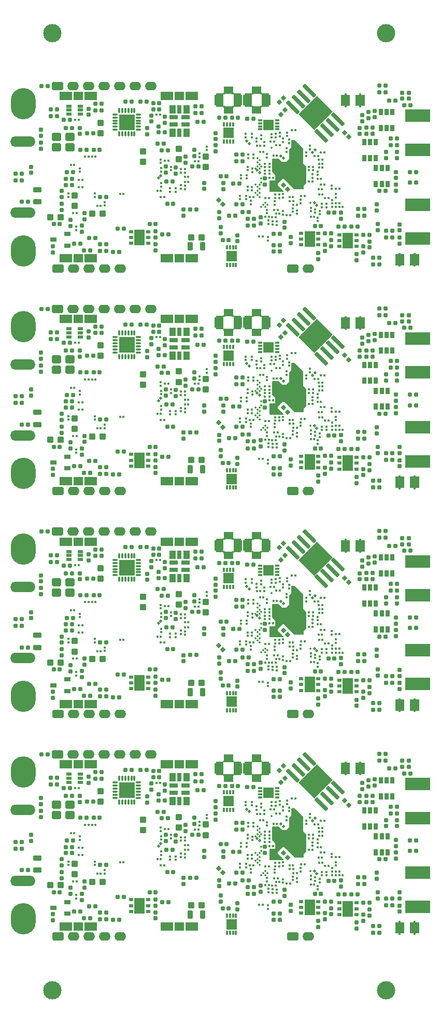
<source format=gbs>
G04*
G04 #@! TF.GenerationSoftware,Altium Limited,Altium Designer,19.1.6 (110)*
G04*
G04 Layer_Color=16711935*
%FSLAX44Y44*%
%MOMM*%
G71*
G01*
G75*
%ADD52C,0.3500*%
%ADD115R,1.7000X1.7000*%
%ADD127C,3.0000*%
G04:AMPARAMS|DCode=129|XSize=0.6mm|YSize=0.7mm|CornerRadius=0.1mm|HoleSize=0mm|Usage=FLASHONLY|Rotation=270.000|XOffset=0mm|YOffset=0mm|HoleType=Round|Shape=RoundedRectangle|*
%AMROUNDEDRECTD129*
21,1,0.6000,0.5000,0,0,270.0*
21,1,0.4000,0.7000,0,0,270.0*
1,1,0.2000,-0.2500,-0.2000*
1,1,0.2000,-0.2500,0.2000*
1,1,0.2000,0.2500,0.2000*
1,1,0.2000,0.2500,-0.2000*
%
%ADD129ROUNDEDRECTD129*%
G04:AMPARAMS|DCode=130|XSize=0.7mm|YSize=1.1mm|CornerRadius=0.125mm|HoleSize=0mm|Usage=FLASHONLY|Rotation=270.000|XOffset=0mm|YOffset=0mm|HoleType=Round|Shape=RoundedRectangle|*
%AMROUNDEDRECTD130*
21,1,0.7000,0.8500,0,0,270.0*
21,1,0.4500,1.1000,0,0,270.0*
1,1,0.2500,-0.4250,-0.2250*
1,1,0.2500,-0.4250,0.2250*
1,1,0.2500,0.4250,0.2250*
1,1,0.2500,0.4250,-0.2250*
%
%ADD130ROUNDEDRECTD130*%
%ADD131R,0.4000X0.4500*%
G04:AMPARAMS|DCode=132|XSize=0.7mm|YSize=0.7mm|CornerRadius=0.11mm|HoleSize=0mm|Usage=FLASHONLY|Rotation=90.000|XOffset=0mm|YOffset=0mm|HoleType=Round|Shape=RoundedRectangle|*
%AMROUNDEDRECTD132*
21,1,0.7000,0.4800,0,0,90.0*
21,1,0.4800,0.7000,0,0,90.0*
1,1,0.2200,0.2400,0.2400*
1,1,0.2200,0.2400,-0.2400*
1,1,0.2200,-0.2400,-0.2400*
1,1,0.2200,-0.2400,0.2400*
%
%ADD132ROUNDEDRECTD132*%
G04:AMPARAMS|DCode=133|XSize=0.6mm|YSize=0.7mm|CornerRadius=0.1mm|HoleSize=0mm|Usage=FLASHONLY|Rotation=0.000|XOffset=0mm|YOffset=0mm|HoleType=Round|Shape=RoundedRectangle|*
%AMROUNDEDRECTD133*
21,1,0.6000,0.5000,0,0,0.0*
21,1,0.4000,0.7000,0,0,0.0*
1,1,0.2000,0.2000,-0.2500*
1,1,0.2000,-0.2000,-0.2500*
1,1,0.2000,-0.2000,0.2500*
1,1,0.2000,0.2000,0.2500*
%
%ADD133ROUNDEDRECTD133*%
G04:AMPARAMS|DCode=143|XSize=1.4mm|YSize=0.9mm|CornerRadius=0.15mm|HoleSize=0mm|Usage=FLASHONLY|Rotation=270.000|XOffset=0mm|YOffset=0mm|HoleType=Round|Shape=RoundedRectangle|*
%AMROUNDEDRECTD143*
21,1,1.4000,0.6000,0,0,270.0*
21,1,1.1000,0.9000,0,0,270.0*
1,1,0.3000,-0.3000,-0.5500*
1,1,0.3000,-0.3000,0.5500*
1,1,0.3000,0.3000,0.5500*
1,1,0.3000,0.3000,-0.5500*
%
%ADD143ROUNDEDRECTD143*%
G04:AMPARAMS|DCode=145|XSize=0.7mm|YSize=0.7mm|CornerRadius=0.11mm|HoleSize=0mm|Usage=FLASHONLY|Rotation=0.000|XOffset=0mm|YOffset=0mm|HoleType=Round|Shape=RoundedRectangle|*
%AMROUNDEDRECTD145*
21,1,0.7000,0.4800,0,0,0.0*
21,1,0.4800,0.7000,0,0,0.0*
1,1,0.2200,0.2400,-0.2400*
1,1,0.2200,-0.2400,-0.2400*
1,1,0.2200,-0.2400,0.2400*
1,1,0.2200,0.2400,0.2400*
%
%ADD145ROUNDEDRECTD145*%
G04:AMPARAMS|DCode=146|XSize=1.1mm|YSize=1mm|CornerRadius=0.1625mm|HoleSize=0mm|Usage=FLASHONLY|Rotation=180.000|XOffset=0mm|YOffset=0mm|HoleType=Round|Shape=RoundedRectangle|*
%AMROUNDEDRECTD146*
21,1,1.1000,0.6750,0,0,180.0*
21,1,0.7750,1.0000,0,0,180.0*
1,1,0.3250,-0.3875,0.3375*
1,1,0.3250,0.3875,0.3375*
1,1,0.3250,0.3875,-0.3375*
1,1,0.3250,-0.3875,-0.3375*
%
%ADD146ROUNDEDRECTD146*%
G04:AMPARAMS|DCode=149|XSize=1.1mm|YSize=1mm|CornerRadius=0.1625mm|HoleSize=0mm|Usage=FLASHONLY|Rotation=270.000|XOffset=0mm|YOffset=0mm|HoleType=Round|Shape=RoundedRectangle|*
%AMROUNDEDRECTD149*
21,1,1.1000,0.6750,0,0,270.0*
21,1,0.7750,1.0000,0,0,270.0*
1,1,0.3250,-0.3375,-0.3875*
1,1,0.3250,-0.3375,0.3875*
1,1,0.3250,0.3375,0.3875*
1,1,0.3250,0.3375,-0.3875*
%
%ADD149ROUNDEDRECTD149*%
%ADD156R,4.1000X2.1000*%
%ADD159R,0.4500X0.4000*%
%ADD160R,1.5000X1.4000*%
%ADD161R,2.1000X1.4000*%
%ADD166O,4.1000X1.7000*%
G04:AMPARAMS|DCode=167|XSize=1.9mm|YSize=1.4mm|CornerRadius=0.375mm|HoleSize=0mm|Usage=FLASHONLY|Rotation=0.000|XOffset=0mm|YOffset=0mm|HoleType=Round|Shape=RoundedRectangle|*
%AMROUNDEDRECTD167*
21,1,1.9000,0.6500,0,0,0.0*
21,1,1.1500,1.4000,0,0,0.0*
1,1,0.7500,0.5750,-0.3250*
1,1,0.7500,-0.5750,-0.3250*
1,1,0.7500,-0.5750,0.3250*
1,1,0.7500,0.5750,0.3250*
%
%ADD167ROUNDEDRECTD167*%
%ADD168O,1.9000X1.4000*%
%ADD169O,4.1000X5.1000*%
%ADD171R,1.6500X1.1000*%
%ADD172R,1.3000X1.7000*%
%ADD173R,1.0500X1.7000*%
%ADD174R,1.3000X1.3000*%
%ADD175R,1.3000X2.2500*%
G04:AMPARAMS|DCode=176|XSize=0.7mm|YSize=0.7mm|CornerRadius=0.11mm|HoleSize=0mm|Usage=FLASHONLY|Rotation=225.000|XOffset=0mm|YOffset=0mm|HoleType=Round|Shape=RoundedRectangle|*
%AMROUNDEDRECTD176*
21,1,0.7000,0.4800,0,0,225.0*
21,1,0.4800,0.7000,0,0,225.0*
1,1,0.2200,-0.3394,0.0000*
1,1,0.2200,0.0000,0.3394*
1,1,0.2200,0.3394,0.0000*
1,1,0.2200,0.0000,-0.3394*
%
%ADD176ROUNDEDRECTD176*%
G04:AMPARAMS|DCode=177|XSize=0.65mm|YSize=2.7mm|CornerRadius=0.1875mm|HoleSize=0mm|Usage=FLASHONLY|Rotation=225.000|XOffset=0mm|YOffset=0mm|HoleType=Round|Shape=RoundedRectangle|*
%AMROUNDEDRECTD177*
21,1,0.6500,2.3250,0,0,225.0*
21,1,0.2750,2.7000,0,0,225.0*
1,1,0.3750,-0.9192,0.7248*
1,1,0.3750,-0.7248,0.9192*
1,1,0.3750,0.9192,-0.7248*
1,1,0.3750,0.7248,-0.9192*
%
%ADD177ROUNDEDRECTD177*%
G04:AMPARAMS|DCode=178|XSize=3.7mm|YSize=4.3mm|CornerRadius=0mm|HoleSize=0mm|Usage=FLASHONLY|Rotation=135.000|XOffset=0mm|YOffset=0mm|HoleType=Round|Shape=Rectangle|*
%AMROTATEDRECTD178*
4,1,4,2.8284,0.2121,-0.2121,-2.8284,-2.8284,-0.2121,0.2121,2.8284,2.8284,0.2121,0.0*
%
%ADD178ROTATEDRECTD178*%

%ADD179R,0.3000X0.5000*%
G04:AMPARAMS|DCode=180|XSize=0.6mm|YSize=0.7mm|CornerRadius=0.1mm|HoleSize=0mm|Usage=FLASHONLY|Rotation=315.000|XOffset=0mm|YOffset=0mm|HoleType=Round|Shape=RoundedRectangle|*
%AMROUNDEDRECTD180*
21,1,0.6000,0.5000,0,0,315.0*
21,1,0.4000,0.7000,0,0,315.0*
1,1,0.2000,-0.0354,-0.3182*
1,1,0.2000,-0.3182,-0.0354*
1,1,0.2000,0.0354,0.3182*
1,1,0.2000,0.3182,0.0354*
%
%ADD180ROUNDEDRECTD180*%
G04:AMPARAMS|DCode=181|XSize=0.7mm|YSize=0.7mm|CornerRadius=0.11mm|HoleSize=0mm|Usage=FLASHONLY|Rotation=135.000|XOffset=0mm|YOffset=0mm|HoleType=Round|Shape=RoundedRectangle|*
%AMROUNDEDRECTD181*
21,1,0.7000,0.4800,0,0,135.0*
21,1,0.4800,0.7000,0,0,135.0*
1,1,0.2200,0.0000,0.3394*
1,1,0.2200,0.3394,0.0000*
1,1,0.2200,0.0000,-0.3394*
1,1,0.2200,-0.3394,0.0000*
%
%ADD181ROUNDEDRECTD181*%
%ADD182R,1.8000X2.6000*%
%ADD183R,0.8000X0.6000*%
G04:AMPARAMS|DCode=184|XSize=1.4mm|YSize=0.9mm|CornerRadius=0.15mm|HoleSize=0mm|Usage=FLASHONLY|Rotation=180.000|XOffset=0mm|YOffset=0mm|HoleType=Round|Shape=RoundedRectangle|*
%AMROUNDEDRECTD184*
21,1,1.4000,0.6000,0,0,180.0*
21,1,1.1000,0.9000,0,0,180.0*
1,1,0.3000,-0.5500,0.3000*
1,1,0.3000,0.5500,0.3000*
1,1,0.3000,0.5500,-0.3000*
1,1,0.3000,-0.5500,-0.3000*
%
%ADD184ROUNDEDRECTD184*%
G04:AMPARAMS|DCode=185|XSize=0.7mm|YSize=1.1mm|CornerRadius=0.125mm|HoleSize=0mm|Usage=FLASHONLY|Rotation=0.000|XOffset=0mm|YOffset=0mm|HoleType=Round|Shape=RoundedRectangle|*
%AMROUNDEDRECTD185*
21,1,0.7000,0.8500,0,0,0.0*
21,1,0.4500,1.1000,0,0,0.0*
1,1,0.2500,0.2250,-0.4250*
1,1,0.2500,-0.2250,-0.4250*
1,1,0.2500,-0.2250,0.4250*
1,1,0.2500,0.2250,0.4250*
%
%ADD185ROUNDEDRECTD185*%
G04:AMPARAMS|DCode=186|XSize=0.4mm|YSize=0.45mm|CornerRadius=0mm|HoleSize=0mm|Usage=FLASHONLY|Rotation=225.000|XOffset=0mm|YOffset=0mm|HoleType=Round|Shape=Rectangle|*
%AMROTATEDRECTD186*
4,1,4,-0.0177,0.3005,0.3005,-0.0177,0.0177,-0.3005,-0.3005,0.0177,-0.0177,0.3005,0.0*
%
%ADD186ROTATEDRECTD186*%

G04:AMPARAMS|DCode=187|XSize=0.4mm|YSize=0.45mm|CornerRadius=0mm|HoleSize=0mm|Usage=FLASHONLY|Rotation=315.000|XOffset=0mm|YOffset=0mm|HoleType=Round|Shape=Rectangle|*
%AMROTATEDRECTD187*
4,1,4,-0.3005,-0.0177,0.0177,0.3005,0.3005,0.0177,-0.0177,-0.3005,-0.3005,-0.0177,0.0*
%
%ADD187ROTATEDRECTD187*%

%ADD188R,0.9500X0.5000*%
%ADD189R,0.3500X0.7250*%
G04:AMPARAMS|DCode=190|XSize=1.5mm|YSize=1.3mm|CornerRadius=0.2mm|HoleSize=0mm|Usage=FLASHONLY|Rotation=0.000|XOffset=0mm|YOffset=0mm|HoleType=Round|Shape=RoundedRectangle|*
%AMROUNDEDRECTD190*
21,1,1.5000,0.9000,0,0,0.0*
21,1,1.1000,1.3000,0,0,0.0*
1,1,0.4000,0.5500,-0.4500*
1,1,0.4000,-0.5500,-0.4500*
1,1,0.4000,-0.5500,0.4500*
1,1,0.4000,0.5500,0.4500*
%
%ADD190ROUNDEDRECTD190*%
%ADD191R,2.6000X2.6000*%
%ADD192O,0.3500X1.0000*%
%ADD193O,1.0000X0.3500*%
%ADD194R,0.8000X1.4500*%
%ADD195R,1.4500X0.8000*%
%ADD196R,1.1000X1.4500*%
%ADD197R,1.8000X1.8000*%
%ADD198R,0.7500X0.4000*%
%ADD199R,1.8000X1.8000*%
%ADD200R,0.4000X0.7500*%
G36*
X414500Y1386100D02*
Y1383600D01*
X411750D01*
Y1386600D01*
X414500D01*
Y1386100D01*
D02*
G37*
G36*
X401500Y1383600D02*
X398500D01*
Y1383600D01*
X398000D01*
Y1386100D01*
X398500D01*
Y1386350D01*
X401500D01*
Y1383600D01*
D02*
G37*
G36*
X354250Y1386100D02*
X354500D01*
Y1383600D01*
X352000D01*
Y1386100D01*
X352000D01*
Y1386100D01*
X354250D01*
Y1386100D01*
D02*
G37*
G36*
X367750Y1386100D02*
X368500D01*
Y1383600D01*
X366000D01*
Y1383600D01*
X365250D01*
Y1386350D01*
X367750D01*
Y1386100D01*
D02*
G37*
G36*
X582750Y1364225D02*
X567750D01*
Y1382725D01*
X582750D01*
Y1364225D01*
D02*
G37*
G36*
X558750D02*
X543750D01*
Y1382725D01*
X558750D01*
Y1364225D01*
D02*
G37*
G36*
X400500Y1364600D02*
X400750D01*
Y1362100D01*
X398500D01*
Y1362100D01*
X398000D01*
Y1364600D01*
X400500D01*
Y1364600D01*
D02*
G37*
G36*
X414500Y1362100D02*
Y1361850D01*
X411500D01*
Y1364600D01*
X412000D01*
Y1364600D01*
X414500D01*
Y1362100D01*
D02*
G37*
G36*
X367750Y1364600D02*
X368500D01*
Y1362100D01*
X367750D01*
Y1361350D01*
X365750D01*
Y1364600D01*
X367750D01*
Y1364600D01*
D02*
G37*
G36*
X354500Y1360850D02*
X352000D01*
Y1362100D01*
X352000D01*
Y1364600D01*
X352000D01*
Y1364600D01*
X354500D01*
Y1360850D01*
D02*
G37*
G36*
X468545Y1308352D02*
X468594Y1308347D01*
X468667Y1308325D01*
X468689Y1308318D01*
X468775Y1308272D01*
X468852Y1308209D01*
X468852Y1308209D01*
X482230Y1294830D01*
X482293Y1294754D01*
X482339Y1294668D01*
X482368Y1294573D01*
X482373Y1294524D01*
X482377Y1294475D01*
X482377Y1294475D01*
X482377Y1270464D01*
X487105Y1265737D01*
X487105Y1265736D01*
X487133Y1265702D01*
X487168Y1265660D01*
X487214Y1265574D01*
X487243Y1265479D01*
X487248Y1265430D01*
X487253Y1265381D01*
X487252Y1265381D01*
Y1238350D01*
X487243Y1238252D01*
X487221Y1238180D01*
X487214Y1238158D01*
X487168Y1238071D01*
X487105Y1237995D01*
X487105Y1237995D01*
X483284Y1234173D01*
X483284Y1228850D01*
X483274Y1228752D01*
X483245Y1228658D01*
X483199Y1228571D01*
X483136Y1228495D01*
X483060Y1228432D01*
X482973Y1228386D01*
X482879Y1228357D01*
X482781Y1228348D01*
X467751Y1228348D01*
X467750Y1228348D01*
X467661Y1228357D01*
X467652Y1228357D01*
X467558Y1228386D01*
X467471Y1228432D01*
X467429Y1228467D01*
X467395Y1228495D01*
X467395Y1228495D01*
X450792Y1245098D01*
X448458Y1245098D01*
X440252Y1236892D01*
X440252Y1234979D01*
X449855Y1225376D01*
X449855Y1225376D01*
X449883Y1225341D01*
X449918Y1225300D01*
X449964Y1225213D01*
X449993Y1225118D01*
X450003Y1225021D01*
X450002Y1225020D01*
Y1224350D01*
X449993Y1224252D01*
X449964Y1224158D01*
X449918Y1224071D01*
X449855Y1223995D01*
X449779Y1223932D01*
X449692Y1223886D01*
X449598Y1223857D01*
X449500Y1223848D01*
X428000D01*
X427902Y1223857D01*
X427808Y1223886D01*
X427721Y1223932D01*
X427645Y1223995D01*
X427582Y1224071D01*
X427536Y1224158D01*
X427507Y1224252D01*
X427498Y1224350D01*
Y1241850D01*
X427507Y1241948D01*
X427536Y1242042D01*
X427582Y1242129D01*
X427645Y1242205D01*
X427721Y1242268D01*
X427808Y1242314D01*
X427902Y1242343D01*
X428000Y1242353D01*
X436598Y1242353D01*
X436598Y1251146D01*
X431895Y1255849D01*
X431832Y1255925D01*
X431786Y1256012D01*
X431779Y1256034D01*
X431757Y1256106D01*
X431753Y1256155D01*
X431748Y1256204D01*
X431748Y1256205D01*
X431748Y1278100D01*
X431757Y1278198D01*
X431786Y1278292D01*
X431832Y1278379D01*
X431895Y1278456D01*
X431971Y1278518D01*
X432058Y1278564D01*
X432152Y1278593D01*
X432250Y1278603D01*
X441750D01*
X441750D01*
D01*
X441759Y1278602D01*
X441848Y1278593D01*
X441942Y1278564D01*
X441983Y1278543D01*
X442029Y1278518D01*
X442064Y1278490D01*
X442105Y1278456D01*
X442106Y1278455D01*
X447708Y1272853D01*
X454542Y1272853D01*
X459247Y1277558D01*
X459248Y1292600D01*
X459248Y1292600D01*
X459253Y1292649D01*
X459257Y1292698D01*
X459279Y1292771D01*
X459286Y1292793D01*
X459332Y1292879D01*
X459395Y1292956D01*
X462998Y1296559D01*
Y1307854D01*
X463008Y1307952D01*
X463036Y1308046D01*
X463083Y1308133D01*
X463145Y1308209D01*
X463221Y1308272D01*
X463308Y1308318D01*
X463402Y1308347D01*
X463500Y1308356D01*
X468496Y1308356D01*
X468496Y1308356D01*
X468545Y1308352D01*
D02*
G37*
G36*
X671500Y1104100D02*
X656500D01*
Y1122600D01*
X671500D01*
Y1104100D01*
D02*
G37*
G36*
X647500D02*
X632500D01*
Y1122600D01*
X647500D01*
Y1104100D01*
D02*
G37*
G36*
X414500Y1022400D02*
Y1019900D01*
X411750D01*
Y1022900D01*
X414500D01*
Y1022400D01*
D02*
G37*
G36*
X401500Y1019900D02*
X398500D01*
Y1019900D01*
X398000D01*
Y1022400D01*
X398500D01*
Y1022650D01*
X401500D01*
Y1019900D01*
D02*
G37*
G36*
X354250Y1022400D02*
X354500D01*
Y1019900D01*
X352000D01*
Y1022400D01*
X352000D01*
Y1022400D01*
X354250D01*
Y1022400D01*
D02*
G37*
G36*
X367750Y1022400D02*
X368500D01*
Y1019900D01*
X366000D01*
Y1019900D01*
X365250D01*
Y1022650D01*
X367750D01*
Y1022400D01*
D02*
G37*
G36*
X582750Y1000525D02*
X567750D01*
Y1019025D01*
X582750D01*
Y1000525D01*
D02*
G37*
G36*
X558750D02*
X543750D01*
Y1019025D01*
X558750D01*
Y1000525D01*
D02*
G37*
G36*
X400500Y1000900D02*
X400750D01*
Y998400D01*
X398500D01*
Y998400D01*
X398000D01*
Y1000900D01*
X400500D01*
Y1000900D01*
D02*
G37*
G36*
X414500Y998400D02*
Y998150D01*
X411500D01*
Y1000900D01*
X412000D01*
Y1000900D01*
X414500D01*
Y998400D01*
D02*
G37*
G36*
X367750Y1000900D02*
X368500D01*
Y998400D01*
X367750D01*
Y997650D01*
X365750D01*
Y1000900D01*
X367750D01*
Y1000900D01*
D02*
G37*
G36*
X354500Y997150D02*
X352000D01*
Y998400D01*
X352000D01*
Y1000900D01*
X352000D01*
Y1000900D01*
X354500D01*
Y997150D01*
D02*
G37*
G36*
X468545Y944652D02*
X468594Y944647D01*
X468667Y944625D01*
X468689Y944618D01*
X468775Y944572D01*
X468852Y944509D01*
X468852Y944509D01*
X482230Y931130D01*
X482293Y931054D01*
X482339Y930967D01*
X482368Y930873D01*
X482373Y930824D01*
X482377Y930775D01*
X482377Y930775D01*
X482377Y906764D01*
X487105Y902037D01*
X487105Y902036D01*
X487133Y902002D01*
X487168Y901960D01*
X487214Y901873D01*
X487243Y901779D01*
X487248Y901730D01*
X487253Y901681D01*
X487252Y901681D01*
Y874650D01*
X487243Y874552D01*
X487221Y874480D01*
X487214Y874458D01*
X487168Y874371D01*
X487105Y874295D01*
X487105Y874295D01*
X483284Y870473D01*
X483284Y865150D01*
X483274Y865052D01*
X483245Y864958D01*
X483199Y864871D01*
X483136Y864795D01*
X483060Y864732D01*
X482973Y864686D01*
X482879Y864657D01*
X482781Y864648D01*
X467751Y864648D01*
X467750Y864648D01*
X467661Y864657D01*
X467652Y864657D01*
X467558Y864686D01*
X467471Y864732D01*
X467429Y864767D01*
X467395Y864795D01*
X467395Y864795D01*
X450792Y881398D01*
X448458Y881398D01*
X440252Y873192D01*
X440252Y871279D01*
X449855Y861676D01*
X449855Y861676D01*
X449883Y861641D01*
X449918Y861600D01*
X449964Y861513D01*
X449993Y861419D01*
X450003Y861320D01*
X450002Y861320D01*
Y860650D01*
X449993Y860552D01*
X449964Y860458D01*
X449918Y860371D01*
X449855Y860295D01*
X449779Y860232D01*
X449692Y860186D01*
X449598Y860157D01*
X449500Y860148D01*
X428000D01*
X427902Y860157D01*
X427808Y860186D01*
X427721Y860232D01*
X427645Y860295D01*
X427582Y860371D01*
X427536Y860458D01*
X427507Y860552D01*
X427498Y860650D01*
Y878150D01*
X427507Y878248D01*
X427536Y878342D01*
X427582Y878429D01*
X427645Y878505D01*
X427721Y878568D01*
X427808Y878614D01*
X427902Y878643D01*
X428000Y878652D01*
X436598Y878652D01*
X436598Y887446D01*
X431895Y892149D01*
X431832Y892225D01*
X431786Y892312D01*
X431779Y892334D01*
X431757Y892406D01*
X431753Y892455D01*
X431748Y892504D01*
X431748Y892505D01*
X431748Y914400D01*
X431757Y914498D01*
X431786Y914592D01*
X431832Y914679D01*
X431895Y914755D01*
X431971Y914818D01*
X432058Y914864D01*
X432152Y914893D01*
X432250Y914902D01*
X441750D01*
X441750D01*
D01*
X441759Y914902D01*
X441848Y914893D01*
X441942Y914864D01*
X441983Y914843D01*
X442029Y914818D01*
X442064Y914790D01*
X442105Y914755D01*
X442106Y914755D01*
X447708Y909153D01*
X454542Y909153D01*
X459247Y913858D01*
X459248Y928900D01*
X459248Y928900D01*
X459253Y928949D01*
X459257Y928998D01*
X459279Y929071D01*
X459286Y929092D01*
X459332Y929179D01*
X459395Y929256D01*
X462998Y932859D01*
Y944154D01*
X463008Y944252D01*
X463036Y944346D01*
X463083Y944433D01*
X463145Y944509D01*
X463221Y944572D01*
X463308Y944618D01*
X463402Y944647D01*
X463500Y944656D01*
X468496Y944656D01*
X468496Y944656D01*
X468545Y944652D01*
D02*
G37*
G36*
X671500Y740400D02*
X656500D01*
Y758900D01*
X671500D01*
Y740400D01*
D02*
G37*
G36*
X647500D02*
X632500D01*
Y758900D01*
X647500D01*
Y740400D01*
D02*
G37*
G36*
X414500Y658700D02*
Y656200D01*
X411750D01*
Y659200D01*
X414500D01*
Y658700D01*
D02*
G37*
G36*
X401500Y656200D02*
X398500D01*
Y656200D01*
X398000D01*
Y658700D01*
X398500D01*
Y658950D01*
X401500D01*
Y656200D01*
D02*
G37*
G36*
X354250Y658700D02*
X354500D01*
Y656200D01*
X352000D01*
Y658700D01*
X352000D01*
Y658700D01*
X354250D01*
Y658700D01*
D02*
G37*
G36*
X367750Y658700D02*
X368500D01*
Y656200D01*
X366000D01*
Y656200D01*
X365250D01*
Y658950D01*
X367750D01*
Y658700D01*
D02*
G37*
G36*
X582750Y636825D02*
X567750D01*
Y655325D01*
X582750D01*
Y636825D01*
D02*
G37*
G36*
X558750D02*
X543750D01*
Y655325D01*
X558750D01*
Y636825D01*
D02*
G37*
G36*
X400500Y637200D02*
X400750D01*
Y634700D01*
X398500D01*
Y634700D01*
X398000D01*
Y637200D01*
X400500D01*
Y637200D01*
D02*
G37*
G36*
X414500Y634700D02*
Y634450D01*
X411500D01*
Y637200D01*
X412000D01*
Y637200D01*
X414500D01*
Y634700D01*
D02*
G37*
G36*
X367750Y637200D02*
X368500D01*
Y634700D01*
X367750D01*
Y633950D01*
X365750D01*
Y637200D01*
X367750D01*
Y637200D01*
D02*
G37*
G36*
X354500Y633450D02*
X352000D01*
Y634700D01*
X352000D01*
Y637200D01*
X352000D01*
Y637200D01*
X354500D01*
Y633450D01*
D02*
G37*
G36*
X468545Y580951D02*
X468594Y580947D01*
X468667Y580925D01*
X468689Y580918D01*
X468775Y580872D01*
X468852Y580809D01*
X468852Y580809D01*
X482230Y567430D01*
X482293Y567354D01*
X482339Y567267D01*
X482368Y567173D01*
X482373Y567124D01*
X482377Y567075D01*
X482377Y567075D01*
X482377Y543064D01*
X487105Y538336D01*
X487105Y538336D01*
X487133Y538302D01*
X487168Y538260D01*
X487214Y538173D01*
X487243Y538079D01*
X487248Y538030D01*
X487253Y537981D01*
X487252Y537981D01*
Y510950D01*
X487243Y510852D01*
X487221Y510780D01*
X487214Y510758D01*
X487168Y510671D01*
X487105Y510595D01*
X487105Y510595D01*
X483284Y506773D01*
X483284Y501450D01*
X483274Y501352D01*
X483245Y501258D01*
X483199Y501171D01*
X483136Y501095D01*
X483060Y501032D01*
X482973Y500986D01*
X482879Y500957D01*
X482781Y500948D01*
X467751Y500948D01*
X467750Y500948D01*
X467661Y500956D01*
X467652Y500957D01*
X467558Y500986D01*
X467471Y501032D01*
X467429Y501067D01*
X467395Y501095D01*
X467395Y501095D01*
X450792Y517698D01*
X448458Y517698D01*
X440252Y509492D01*
X440252Y507579D01*
X449855Y497976D01*
X449855Y497976D01*
X449883Y497941D01*
X449918Y497900D01*
X449964Y497813D01*
X449993Y497718D01*
X450003Y497620D01*
X450002Y497620D01*
Y496950D01*
X449993Y496852D01*
X449964Y496758D01*
X449918Y496671D01*
X449855Y496595D01*
X449779Y496532D01*
X449692Y496486D01*
X449598Y496457D01*
X449500Y496448D01*
X428000D01*
X427902Y496457D01*
X427808Y496486D01*
X427721Y496532D01*
X427645Y496595D01*
X427582Y496671D01*
X427536Y496758D01*
X427507Y496852D01*
X427498Y496950D01*
Y514450D01*
X427507Y514548D01*
X427536Y514642D01*
X427582Y514729D01*
X427645Y514805D01*
X427721Y514868D01*
X427808Y514914D01*
X427902Y514943D01*
X428000Y514952D01*
X436598Y514952D01*
X436598Y523746D01*
X431895Y528449D01*
X431832Y528525D01*
X431786Y528612D01*
X431779Y528634D01*
X431757Y528706D01*
X431753Y528755D01*
X431748Y528804D01*
X431748Y528805D01*
X431748Y550700D01*
X431757Y550798D01*
X431786Y550892D01*
X431832Y550979D01*
X431895Y551055D01*
X431971Y551118D01*
X432058Y551164D01*
X432152Y551193D01*
X432250Y551203D01*
X441750D01*
X441750D01*
D01*
X441759Y551202D01*
X441848Y551193D01*
X441942Y551164D01*
X441983Y551143D01*
X442029Y551118D01*
X442064Y551090D01*
X442105Y551055D01*
X442106Y551055D01*
X447708Y545452D01*
X454542Y545452D01*
X459247Y550158D01*
X459248Y565200D01*
X459248Y565200D01*
X459253Y565249D01*
X459257Y565298D01*
X459279Y565370D01*
X459286Y565392D01*
X459332Y565479D01*
X459395Y565555D01*
X462998Y569159D01*
Y580454D01*
X463008Y580552D01*
X463036Y580646D01*
X463083Y580733D01*
X463145Y580809D01*
X463221Y580872D01*
X463308Y580918D01*
X463402Y580947D01*
X463500Y580956D01*
X468496Y580956D01*
X468496Y580956D01*
X468545Y580951D01*
D02*
G37*
G36*
X671500Y376700D02*
X656500D01*
Y395200D01*
X671500D01*
Y376700D01*
D02*
G37*
G36*
X647500D02*
X632500D01*
Y395200D01*
X647500D01*
Y376700D01*
D02*
G37*
G36*
X414500Y295000D02*
Y292500D01*
X411750D01*
Y295500D01*
X414500D01*
Y295000D01*
D02*
G37*
G36*
X401500Y292500D02*
X398500D01*
Y292500D01*
X398000D01*
Y295000D01*
X398500D01*
Y295250D01*
X401500D01*
Y292500D01*
D02*
G37*
G36*
X354250Y295000D02*
X354500D01*
Y292500D01*
X352000D01*
Y295000D01*
X352000D01*
Y295000D01*
X354250D01*
Y295000D01*
D02*
G37*
G36*
X367750Y295000D02*
X368500D01*
Y292500D01*
X366000D01*
Y292500D01*
X365250D01*
Y295250D01*
X367750D01*
Y295000D01*
D02*
G37*
G36*
X582750Y273125D02*
X567750D01*
Y291625D01*
X582750D01*
Y273125D01*
D02*
G37*
G36*
X558750D02*
X543750D01*
Y291625D01*
X558750D01*
Y273125D01*
D02*
G37*
G36*
X400500Y273500D02*
X400750D01*
Y271000D01*
X398500D01*
Y271000D01*
X398000D01*
Y273500D01*
X400500D01*
Y273500D01*
D02*
G37*
G36*
X414500Y271000D02*
Y270750D01*
X411500D01*
Y273500D01*
X412000D01*
Y273500D01*
X414500D01*
Y271000D01*
D02*
G37*
G36*
X367750Y273500D02*
X368500D01*
Y271000D01*
X367750D01*
Y270250D01*
X365750D01*
Y273500D01*
X367750D01*
Y273500D01*
D02*
G37*
G36*
X354500Y269750D02*
X352000D01*
Y271000D01*
X352000D01*
Y273500D01*
X352000D01*
Y273500D01*
X354500D01*
Y269750D01*
D02*
G37*
G36*
X468545Y217251D02*
X468594Y217247D01*
X468667Y217225D01*
X468689Y217218D01*
X468775Y217172D01*
X468852Y217109D01*
X468852Y217109D01*
X482230Y203730D01*
X482293Y203654D01*
X482339Y203567D01*
X482368Y203473D01*
X482373Y203424D01*
X482377Y203375D01*
X482377Y203375D01*
X482377Y179364D01*
X487105Y174636D01*
X487105Y174636D01*
X487133Y174602D01*
X487168Y174560D01*
X487214Y174473D01*
X487243Y174379D01*
X487248Y174330D01*
X487253Y174281D01*
X487252Y174281D01*
Y147250D01*
X487243Y147152D01*
X487221Y147080D01*
X487214Y147058D01*
X487168Y146971D01*
X487105Y146895D01*
X487105Y146895D01*
X483284Y143073D01*
X483284Y137750D01*
X483274Y137652D01*
X483245Y137558D01*
X483199Y137471D01*
X483136Y137395D01*
X483060Y137332D01*
X482973Y137286D01*
X482879Y137257D01*
X482781Y137247D01*
X467751Y137248D01*
X467750Y137248D01*
X467661Y137256D01*
X467652Y137257D01*
X467558Y137286D01*
X467471Y137332D01*
X467429Y137367D01*
X467395Y137395D01*
X467395Y137395D01*
X450792Y153998D01*
X448458Y153998D01*
X440252Y145792D01*
X440252Y143879D01*
X449855Y134276D01*
X449855Y134276D01*
X449883Y134241D01*
X449918Y134199D01*
X449964Y134113D01*
X449993Y134018D01*
X450003Y133920D01*
X450002Y133920D01*
Y133250D01*
X449993Y133152D01*
X449964Y133058D01*
X449918Y132971D01*
X449855Y132895D01*
X449779Y132832D01*
X449692Y132786D01*
X449598Y132757D01*
X449500Y132748D01*
X428000D01*
X427902Y132757D01*
X427808Y132786D01*
X427721Y132832D01*
X427645Y132895D01*
X427582Y132971D01*
X427536Y133058D01*
X427507Y133152D01*
X427498Y133250D01*
Y150750D01*
X427507Y150848D01*
X427536Y150942D01*
X427582Y151029D01*
X427645Y151105D01*
X427721Y151168D01*
X427808Y151214D01*
X427902Y151243D01*
X428000Y151252D01*
X436598Y151252D01*
X436598Y160046D01*
X431895Y164749D01*
X431832Y164825D01*
X431786Y164912D01*
X431779Y164934D01*
X431757Y165006D01*
X431753Y165055D01*
X431748Y165104D01*
X431748Y165105D01*
X431748Y187000D01*
X431757Y187098D01*
X431786Y187192D01*
X431832Y187279D01*
X431895Y187355D01*
X431971Y187418D01*
X432058Y187464D01*
X432152Y187493D01*
X432250Y187502D01*
X441750D01*
X441750D01*
D01*
X441759Y187502D01*
X441848Y187493D01*
X441942Y187464D01*
X441983Y187443D01*
X442029Y187418D01*
X442064Y187390D01*
X442105Y187355D01*
X442106Y187355D01*
X447708Y181752D01*
X454542Y181752D01*
X459247Y186458D01*
X459248Y201500D01*
X459248Y201500D01*
X459253Y201549D01*
X459257Y201598D01*
X459279Y201670D01*
X459286Y201692D01*
X459332Y201779D01*
X459395Y201855D01*
X462998Y205458D01*
Y216754D01*
X463008Y216852D01*
X463036Y216946D01*
X463083Y217033D01*
X463145Y217109D01*
X463221Y217171D01*
X463308Y217218D01*
X463402Y217247D01*
X463500Y217256D01*
X468496Y217256D01*
X468496Y217256D01*
X468545Y217251D01*
D02*
G37*
G36*
X671500Y13000D02*
X656500D01*
Y31500D01*
X671500D01*
Y13000D01*
D02*
G37*
G36*
X647500D02*
X632500D01*
Y31500D01*
X647500D01*
Y13000D01*
D02*
G37*
D52*
X420630Y108169D02*
D03*
X423960Y111500D02*
D03*
X410640Y144800D02*
D03*
X467250Y201410D02*
D03*
X430620Y204740D02*
D03*
X407310Y188090D02*
D03*
X410640Y131480D02*
D03*
X410640Y124820D02*
D03*
X413970Y148130D02*
D03*
X420630Y114830D02*
D03*
X410640Y171440D02*
D03*
X413970Y174770D02*
D03*
X407310Y181430D02*
D03*
X410640Y184760D02*
D03*
X407310Y141470D02*
D03*
X403980Y144800D02*
D03*
X407310Y128150D02*
D03*
X410640Y178100D02*
D03*
X413970Y108169D02*
D03*
X407310Y134810D02*
D03*
X410640Y138140D02*
D03*
X417300Y111500D02*
D03*
X413970Y154790D02*
D03*
X403980Y131480D02*
D03*
X470580Y198080D02*
D03*
X493890Y114830D02*
D03*
X403980Y171440D02*
D03*
X407310Y174770D02*
D03*
X420630Y471870D02*
D03*
X423960Y475200D02*
D03*
X410640Y508500D02*
D03*
X467250Y565110D02*
D03*
X430620Y568440D02*
D03*
X407310Y551790D02*
D03*
X410640Y495180D02*
D03*
X410640Y488520D02*
D03*
X413970Y511830D02*
D03*
X420630Y478530D02*
D03*
X410640Y535140D02*
D03*
X413970Y538470D02*
D03*
X407310Y545130D02*
D03*
X410640Y548460D02*
D03*
X407310Y505170D02*
D03*
X403980Y508500D02*
D03*
X407310Y491850D02*
D03*
X410640Y541800D02*
D03*
X413970Y471870D02*
D03*
X407310Y498510D02*
D03*
X410640Y501840D02*
D03*
X417300Y475200D02*
D03*
X413970Y518490D02*
D03*
X403980Y495180D02*
D03*
X470580Y561780D02*
D03*
X493890Y478530D02*
D03*
X403980Y535140D02*
D03*
X407310Y538470D02*
D03*
X420630Y835570D02*
D03*
X423960Y838900D02*
D03*
X410640Y872200D02*
D03*
X467250Y928810D02*
D03*
X430620Y932140D02*
D03*
X407310Y915490D02*
D03*
X410640Y858880D02*
D03*
X410640Y852220D02*
D03*
X413970Y875530D02*
D03*
X420630Y842230D02*
D03*
X410640Y898840D02*
D03*
X413970Y902170D02*
D03*
X407310Y908830D02*
D03*
X410640Y912160D02*
D03*
X407310Y868870D02*
D03*
X403980Y872200D02*
D03*
X407310Y855550D02*
D03*
X410640Y905500D02*
D03*
X413970Y835570D02*
D03*
X407310Y862210D02*
D03*
X410640Y865540D02*
D03*
X417300Y838900D02*
D03*
X413970Y882190D02*
D03*
X403980Y858880D02*
D03*
X470580Y925480D02*
D03*
X493890Y842230D02*
D03*
X403980Y898840D02*
D03*
X407310Y902170D02*
D03*
X420630Y1199270D02*
D03*
X423960Y1202600D02*
D03*
X410640Y1235900D02*
D03*
X467250Y1292510D02*
D03*
X430620Y1295840D02*
D03*
X407310Y1279190D02*
D03*
X410640Y1222580D02*
D03*
X410640Y1215920D02*
D03*
X413970Y1239230D02*
D03*
X420630Y1205930D02*
D03*
X410640Y1262540D02*
D03*
X413970Y1265870D02*
D03*
X407310Y1272530D02*
D03*
X410640Y1275860D02*
D03*
X407310Y1232570D02*
D03*
X403980Y1235900D02*
D03*
X407310Y1219250D02*
D03*
X410640Y1269200D02*
D03*
X413970Y1199270D02*
D03*
X407310Y1225910D02*
D03*
X410640Y1229240D02*
D03*
X417300Y1202600D02*
D03*
X413970Y1245890D02*
D03*
X403980Y1222580D02*
D03*
X470580Y1289180D02*
D03*
X493890Y1205930D02*
D03*
X403980Y1262540D02*
D03*
X407310Y1265870D02*
D03*
D115*
X360000Y229250D02*
D03*
Y592950D02*
D03*
Y956650D02*
D03*
Y1320350D02*
D03*
D127*
X71999Y1482800D02*
D03*
X617999D02*
D03*
X72000Y-80000D02*
D03*
X618000D02*
D03*
D129*
X79750Y256250D02*
D03*
X69750D02*
D03*
X260000Y113250D02*
D03*
X270000D02*
D03*
X241250Y80500D02*
D03*
X231250D02*
D03*
X12500Y162750D02*
D03*
X22500D02*
D03*
X94250Y154250D02*
D03*
X104250D02*
D03*
X94250Y144250D02*
D03*
X104250D02*
D03*
X160250Y124750D02*
D03*
X150250D02*
D03*
X571647Y105000D02*
D03*
X581647D02*
D03*
X22500Y116500D02*
D03*
X32500D02*
D03*
X258750Y149500D02*
D03*
X268750D02*
D03*
X300750Y174500D02*
D03*
X310750D02*
D03*
X150250Y36250D02*
D03*
X160250Y36250D02*
D03*
X549865Y76555D02*
D03*
X539865D02*
D03*
X560865D02*
D03*
X570865D02*
D03*
X511250Y77500D02*
D03*
X501250D02*
D03*
X309500Y247000D02*
D03*
X319500D02*
D03*
X101000Y250250D02*
D03*
X91000D02*
D03*
X201750Y280250D02*
D03*
X191750D02*
D03*
X390500Y252000D02*
D03*
X400500D02*
D03*
X523250Y98750D02*
D03*
X533250D02*
D03*
X595250Y238000D02*
D03*
X585250D02*
D03*
X143000Y276500D02*
D03*
X153000D02*
D03*
X434000Y35500D02*
D03*
X444000D02*
D03*
X434000Y45750D02*
D03*
X444000D02*
D03*
X581647Y94000D02*
D03*
X571647D02*
D03*
X443918Y64667D02*
D03*
X433918D02*
D03*
X632500Y282250D02*
D03*
X622500Y282250D02*
D03*
X657000Y274500D02*
D03*
X647000D02*
D03*
X79750Y619950D02*
D03*
X69750D02*
D03*
X260000Y476950D02*
D03*
X270000D02*
D03*
X241250Y444200D02*
D03*
X231250D02*
D03*
X12500Y526450D02*
D03*
X22500D02*
D03*
X94250Y517950D02*
D03*
X104250D02*
D03*
X94250Y507950D02*
D03*
X104250D02*
D03*
X160250Y488450D02*
D03*
X150250D02*
D03*
X571647Y468700D02*
D03*
X581647D02*
D03*
X22500Y480200D02*
D03*
X32500D02*
D03*
X258750Y513200D02*
D03*
X268750D02*
D03*
X300750Y538200D02*
D03*
X310750D02*
D03*
X150250Y399950D02*
D03*
X160250Y399950D02*
D03*
X549865Y440255D02*
D03*
X539865D02*
D03*
X560865D02*
D03*
X570865D02*
D03*
X511250Y441200D02*
D03*
X501250D02*
D03*
X309500Y610700D02*
D03*
X319500D02*
D03*
X101000Y613950D02*
D03*
X91000D02*
D03*
X201750Y643950D02*
D03*
X191750D02*
D03*
X390500Y615700D02*
D03*
X400500D02*
D03*
X523250Y462450D02*
D03*
X533250D02*
D03*
X595250Y601700D02*
D03*
X585250D02*
D03*
X143000Y640200D02*
D03*
X153000D02*
D03*
X434000Y399200D02*
D03*
X444000D02*
D03*
X434000Y409450D02*
D03*
X444000D02*
D03*
X581647Y457700D02*
D03*
X571647D02*
D03*
X443918Y428367D02*
D03*
X433918D02*
D03*
X632500Y645950D02*
D03*
X622500Y645950D02*
D03*
X657000Y638200D02*
D03*
X647000D02*
D03*
X79750Y983650D02*
D03*
X69750D02*
D03*
X260000Y840650D02*
D03*
X270000D02*
D03*
X241250Y807900D02*
D03*
X231250D02*
D03*
X12500Y890150D02*
D03*
X22500D02*
D03*
X94250Y881650D02*
D03*
X104250D02*
D03*
X94250Y871650D02*
D03*
X104250D02*
D03*
X160250Y852150D02*
D03*
X150250D02*
D03*
X571647Y832400D02*
D03*
X581647D02*
D03*
X22500Y843900D02*
D03*
X32500D02*
D03*
X258750Y876900D02*
D03*
X268750D02*
D03*
X300750Y901900D02*
D03*
X310750D02*
D03*
X150250Y763650D02*
D03*
X160250Y763650D02*
D03*
X549865Y803955D02*
D03*
X539865D02*
D03*
X560865D02*
D03*
X570865D02*
D03*
X511250Y804900D02*
D03*
X501250D02*
D03*
X309500Y974400D02*
D03*
X319500D02*
D03*
X101000Y977650D02*
D03*
X91000D02*
D03*
X201750Y1007650D02*
D03*
X191750D02*
D03*
X390500Y979400D02*
D03*
X400500D02*
D03*
X523250Y826150D02*
D03*
X533250D02*
D03*
X595250Y965400D02*
D03*
X585250D02*
D03*
X143000Y1003900D02*
D03*
X153000D02*
D03*
X434000Y762900D02*
D03*
X444000D02*
D03*
X434000Y773150D02*
D03*
X444000D02*
D03*
X581647Y821400D02*
D03*
X571647D02*
D03*
X443918Y792067D02*
D03*
X433918D02*
D03*
X632500Y1009650D02*
D03*
X622500Y1009650D02*
D03*
X657000Y1001900D02*
D03*
X647000D02*
D03*
X79750Y1347350D02*
D03*
X69750D02*
D03*
X260000Y1204350D02*
D03*
X270000D02*
D03*
X241250Y1171600D02*
D03*
X231250D02*
D03*
X12500Y1253850D02*
D03*
X22500D02*
D03*
X94250Y1245350D02*
D03*
X104250D02*
D03*
X94250Y1235350D02*
D03*
X104250D02*
D03*
X160250Y1215850D02*
D03*
X150250D02*
D03*
X571647Y1196100D02*
D03*
X581647D02*
D03*
X22500Y1207600D02*
D03*
X32500D02*
D03*
X258750Y1240600D02*
D03*
X268750D02*
D03*
X300750Y1265600D02*
D03*
X310750D02*
D03*
X150250Y1127350D02*
D03*
X160250Y1127350D02*
D03*
X549865Y1167655D02*
D03*
X539865D02*
D03*
X560865D02*
D03*
X570865D02*
D03*
X511250Y1168600D02*
D03*
X501250D02*
D03*
X309500Y1338100D02*
D03*
X319500D02*
D03*
X101000Y1341350D02*
D03*
X91000D02*
D03*
X201750Y1371350D02*
D03*
X191750D02*
D03*
X390500Y1343100D02*
D03*
X400500D02*
D03*
X523250Y1189850D02*
D03*
X533250D02*
D03*
X595250Y1329100D02*
D03*
X585250D02*
D03*
X143000Y1367600D02*
D03*
X153000D02*
D03*
X434000Y1126600D02*
D03*
X444000D02*
D03*
X434000Y1136850D02*
D03*
X444000D02*
D03*
X581647Y1185100D02*
D03*
X571647D02*
D03*
X443918Y1155767D02*
D03*
X433918D02*
D03*
X632500Y1373350D02*
D03*
X622500Y1373350D02*
D03*
X657000Y1365600D02*
D03*
X647000D02*
D03*
D130*
X74000Y54750D02*
D03*
X97000Y45250D02*
D03*
Y64250D02*
D03*
X74000Y418450D02*
D03*
X97000Y408950D02*
D03*
Y427950D02*
D03*
X74000Y782150D02*
D03*
X97000Y772650D02*
D03*
Y791650D02*
D03*
X74000Y1145850D02*
D03*
X97000Y1136350D02*
D03*
Y1155350D02*
D03*
D131*
X256450Y183750D02*
D03*
X262050D02*
D03*
X121450Y152850D02*
D03*
X115850D02*
D03*
X121450Y140850D02*
D03*
X115850D02*
D03*
X111800Y98000D02*
D03*
X106200D02*
D03*
X288730Y157350D02*
D03*
X294330D02*
D03*
X249450Y124250D02*
D03*
X255050D02*
D03*
X288700Y149250D02*
D03*
X294300D02*
D03*
X243950Y134250D02*
D03*
X249550D02*
D03*
X310800Y183000D02*
D03*
X305200D02*
D03*
X131550Y190250D02*
D03*
X125950D02*
D03*
X183150Y129250D02*
D03*
X188750D02*
D03*
X142800Y190250D02*
D03*
X137200D02*
D03*
X434950Y103500D02*
D03*
X440550D02*
D03*
X410450Y60250D02*
D03*
X416050D02*
D03*
X494450Y92750D02*
D03*
X500050D02*
D03*
X465550Y124500D02*
D03*
X459950D02*
D03*
X466250Y111750D02*
D03*
X471850D02*
D03*
X431450Y91250D02*
D03*
X437050D02*
D03*
X460200Y118000D02*
D03*
X465800D02*
D03*
X460800Y94500D02*
D03*
X455200D02*
D03*
X479150Y126000D02*
D03*
X484750D02*
D03*
X541200Y108000D02*
D03*
X546800D02*
D03*
X535550D02*
D03*
X529950D02*
D03*
X497250Y150000D02*
D03*
X491650D02*
D03*
X510950Y197250D02*
D03*
X516550D02*
D03*
X463450Y233750D02*
D03*
X469050D02*
D03*
X535450Y137750D02*
D03*
X541050D02*
D03*
X439300Y192000D02*
D03*
X433700D02*
D03*
X508200Y179000D02*
D03*
X513800D02*
D03*
X501080Y191420D02*
D03*
X506680D02*
D03*
X513800Y172500D02*
D03*
X508200D02*
D03*
X115300Y250500D02*
D03*
X109700D02*
D03*
X145700Y110500D02*
D03*
X151300D02*
D03*
X108050Y176750D02*
D03*
X102450D02*
D03*
X507700Y185500D02*
D03*
X513300D02*
D03*
X400500Y124414D02*
D03*
X394900D02*
D03*
X412260Y208414D02*
D03*
X406660D02*
D03*
X427461Y155964D02*
D03*
X433060D02*
D03*
X444000Y209027D02*
D03*
X438400D02*
D03*
X434550Y215500D02*
D03*
X428950D02*
D03*
X511050Y154000D02*
D03*
X505450D02*
D03*
X516540Y145090D02*
D03*
X510940D02*
D03*
X507210Y136964D02*
D03*
X512810D02*
D03*
X508230Y128780D02*
D03*
X513830D02*
D03*
X541050Y114500D02*
D03*
X535450D02*
D03*
X443300Y97250D02*
D03*
X437700D02*
D03*
X426060Y91964D02*
D03*
X420460D02*
D03*
X248050Y259250D02*
D03*
X242450D02*
D03*
X523550Y123000D02*
D03*
X517950D02*
D03*
X411450Y198000D02*
D03*
X417050D02*
D03*
X420700Y122500D02*
D03*
X426300D02*
D03*
X256450Y547450D02*
D03*
X262050D02*
D03*
X121450Y516550D02*
D03*
X115850D02*
D03*
X121450Y504550D02*
D03*
X115850D02*
D03*
X111800Y461700D02*
D03*
X106200D02*
D03*
X288730Y521050D02*
D03*
X294330D02*
D03*
X249450Y487950D02*
D03*
X255050D02*
D03*
X288700Y512950D02*
D03*
X294300D02*
D03*
X243950Y497950D02*
D03*
X249550D02*
D03*
X310800Y546700D02*
D03*
X305200D02*
D03*
X131550Y553950D02*
D03*
X125950D02*
D03*
X183150Y492950D02*
D03*
X188750D02*
D03*
X142800Y553950D02*
D03*
X137200D02*
D03*
X434950Y467200D02*
D03*
X440550D02*
D03*
X410450Y423950D02*
D03*
X416050D02*
D03*
X494450Y456450D02*
D03*
X500050D02*
D03*
X465550Y488200D02*
D03*
X459950D02*
D03*
X466250Y475450D02*
D03*
X471850D02*
D03*
X431450Y454950D02*
D03*
X437050D02*
D03*
X460200Y481700D02*
D03*
X465800D02*
D03*
X460800Y458200D02*
D03*
X455200D02*
D03*
X479150Y489700D02*
D03*
X484750D02*
D03*
X541200Y471700D02*
D03*
X546800D02*
D03*
X535550D02*
D03*
X529950D02*
D03*
X497250Y513700D02*
D03*
X491650D02*
D03*
X510950Y560950D02*
D03*
X516550D02*
D03*
X463450Y597450D02*
D03*
X469050D02*
D03*
X535450Y501450D02*
D03*
X541050D02*
D03*
X439300Y555700D02*
D03*
X433700D02*
D03*
X508200Y542700D02*
D03*
X513800D02*
D03*
X501080Y555120D02*
D03*
X506680D02*
D03*
X513800Y536200D02*
D03*
X508200D02*
D03*
X115300Y614200D02*
D03*
X109700D02*
D03*
X145700Y474200D02*
D03*
X151300D02*
D03*
X108050Y540450D02*
D03*
X102450D02*
D03*
X507700Y549200D02*
D03*
X513300D02*
D03*
X400500Y488114D02*
D03*
X394900D02*
D03*
X412260Y572114D02*
D03*
X406660D02*
D03*
X427461Y519664D02*
D03*
X433060D02*
D03*
X444000Y572727D02*
D03*
X438400D02*
D03*
X434550Y579200D02*
D03*
X428950D02*
D03*
X511050Y517700D02*
D03*
X505450D02*
D03*
X516540Y508790D02*
D03*
X510940D02*
D03*
X507210Y500664D02*
D03*
X512810D02*
D03*
X508230Y492480D02*
D03*
X513830D02*
D03*
X541050Y478200D02*
D03*
X535450D02*
D03*
X443300Y460950D02*
D03*
X437700D02*
D03*
X426060Y455664D02*
D03*
X420460D02*
D03*
X248050Y622950D02*
D03*
X242450D02*
D03*
X523550Y486700D02*
D03*
X517950D02*
D03*
X411450Y561700D02*
D03*
X417050D02*
D03*
X420700Y486200D02*
D03*
X426300D02*
D03*
X256450Y911150D02*
D03*
X262050D02*
D03*
X121450Y880250D02*
D03*
X115850D02*
D03*
X121450Y868250D02*
D03*
X115850D02*
D03*
X111800Y825400D02*
D03*
X106200D02*
D03*
X288730Y884750D02*
D03*
X294330D02*
D03*
X249450Y851650D02*
D03*
X255050D02*
D03*
X288700Y876650D02*
D03*
X294300D02*
D03*
X243950Y861650D02*
D03*
X249550D02*
D03*
X310800Y910400D02*
D03*
X305200D02*
D03*
X131550Y917650D02*
D03*
X125950D02*
D03*
X183150Y856650D02*
D03*
X188750D02*
D03*
X142800Y917650D02*
D03*
X137200D02*
D03*
X434950Y830900D02*
D03*
X440550D02*
D03*
X410450Y787650D02*
D03*
X416050D02*
D03*
X494450Y820150D02*
D03*
X500050D02*
D03*
X465550Y851900D02*
D03*
X459950D02*
D03*
X466250Y839150D02*
D03*
X471850D02*
D03*
X431450Y818650D02*
D03*
X437050D02*
D03*
X460200Y845400D02*
D03*
X465800D02*
D03*
X460800Y821900D02*
D03*
X455200D02*
D03*
X479150Y853400D02*
D03*
X484750D02*
D03*
X541200Y835400D02*
D03*
X546800D02*
D03*
X535550D02*
D03*
X529950D02*
D03*
X497250Y877400D02*
D03*
X491650D02*
D03*
X510950Y924650D02*
D03*
X516550D02*
D03*
X463450Y961150D02*
D03*
X469050D02*
D03*
X535450Y865150D02*
D03*
X541050D02*
D03*
X439300Y919400D02*
D03*
X433700D02*
D03*
X508200Y906400D02*
D03*
X513800D02*
D03*
X501080Y918820D02*
D03*
X506680D02*
D03*
X513800Y899900D02*
D03*
X508200D02*
D03*
X115300Y977900D02*
D03*
X109700D02*
D03*
X145700Y837900D02*
D03*
X151300D02*
D03*
X108050Y904150D02*
D03*
X102450D02*
D03*
X507700Y912900D02*
D03*
X513300D02*
D03*
X400500Y851814D02*
D03*
X394900D02*
D03*
X412260Y935814D02*
D03*
X406660D02*
D03*
X427461Y883364D02*
D03*
X433060D02*
D03*
X444000Y936427D02*
D03*
X438400D02*
D03*
X434550Y942900D02*
D03*
X428950D02*
D03*
X511050Y881400D02*
D03*
X505450D02*
D03*
X516540Y872490D02*
D03*
X510940D02*
D03*
X507210Y864364D02*
D03*
X512810D02*
D03*
X508230Y856180D02*
D03*
X513830D02*
D03*
X541050Y841900D02*
D03*
X535450D02*
D03*
X443300Y824650D02*
D03*
X437700D02*
D03*
X426060Y819364D02*
D03*
X420460D02*
D03*
X248050Y986650D02*
D03*
X242450D02*
D03*
X523550Y850400D02*
D03*
X517950D02*
D03*
X411450Y925400D02*
D03*
X417050D02*
D03*
X420700Y849900D02*
D03*
X426300D02*
D03*
X256450Y1274850D02*
D03*
X262050D02*
D03*
X121450Y1243950D02*
D03*
X115850D02*
D03*
X121450Y1231950D02*
D03*
X115850D02*
D03*
X111800Y1189100D02*
D03*
X106200D02*
D03*
X288730Y1248450D02*
D03*
X294330D02*
D03*
X249450Y1215350D02*
D03*
X255050D02*
D03*
X288700Y1240350D02*
D03*
X294300D02*
D03*
X243950Y1225350D02*
D03*
X249550D02*
D03*
X310800Y1274100D02*
D03*
X305200D02*
D03*
X131550Y1281350D02*
D03*
X125950D02*
D03*
X183150Y1220350D02*
D03*
X188750D02*
D03*
X142800Y1281350D02*
D03*
X137200D02*
D03*
X434950Y1194600D02*
D03*
X440550D02*
D03*
X410450Y1151350D02*
D03*
X416050D02*
D03*
X494450Y1183850D02*
D03*
X500050D02*
D03*
X465550Y1215600D02*
D03*
X459950D02*
D03*
X466250Y1202850D02*
D03*
X471850D02*
D03*
X431450Y1182350D02*
D03*
X437050D02*
D03*
X460200Y1209100D02*
D03*
X465800D02*
D03*
X460800Y1185600D02*
D03*
X455200D02*
D03*
X479150Y1217100D02*
D03*
X484750D02*
D03*
X541200Y1199100D02*
D03*
X546800D02*
D03*
X535550D02*
D03*
X529950D02*
D03*
X497250Y1241100D02*
D03*
X491650D02*
D03*
X510950Y1288350D02*
D03*
X516550D02*
D03*
X463450Y1324850D02*
D03*
X469050D02*
D03*
X535450Y1228850D02*
D03*
X541050D02*
D03*
X439300Y1283100D02*
D03*
X433700D02*
D03*
X508200Y1270100D02*
D03*
X513800D02*
D03*
X501080Y1282520D02*
D03*
X506680D02*
D03*
X513800Y1263600D02*
D03*
X508200D02*
D03*
X115300Y1341600D02*
D03*
X109700D02*
D03*
X145700Y1201600D02*
D03*
X151300D02*
D03*
X108050Y1267850D02*
D03*
X102450D02*
D03*
X507700Y1276600D02*
D03*
X513300D02*
D03*
X400500Y1215514D02*
D03*
X394900D02*
D03*
X412260Y1299514D02*
D03*
X406660D02*
D03*
X427461Y1247064D02*
D03*
X433060D02*
D03*
X444000Y1300127D02*
D03*
X438400D02*
D03*
X434550Y1306600D02*
D03*
X428950D02*
D03*
X511050Y1245100D02*
D03*
X505450D02*
D03*
X516540Y1236190D02*
D03*
X510940D02*
D03*
X507210Y1228064D02*
D03*
X512810D02*
D03*
X508230Y1219880D02*
D03*
X513830D02*
D03*
X541050Y1205600D02*
D03*
X535450D02*
D03*
X443300Y1188351D02*
D03*
X437700D02*
D03*
X426060Y1183064D02*
D03*
X420460D02*
D03*
X248050Y1350350D02*
D03*
X242450D02*
D03*
X523550Y1214100D02*
D03*
X517950D02*
D03*
X411450Y1289100D02*
D03*
X417050D02*
D03*
X420700Y1213600D02*
D03*
X426300D02*
D03*
D132*
X244250Y211750D02*
D03*
X254250D02*
D03*
X251000Y201000D02*
D03*
X261000D02*
D03*
X606750Y295250D02*
D03*
X616750D02*
D03*
X262250Y63750D02*
D03*
X252250D02*
D03*
X22525Y151705D02*
D03*
X12525D02*
D03*
X139500Y228750D02*
D03*
X129500D02*
D03*
X189250Y72500D02*
D03*
X179250D02*
D03*
X132500Y57250D02*
D03*
X142500D02*
D03*
X606500Y25250D02*
D03*
X596500D02*
D03*
X606500Y14250D02*
D03*
X596500D02*
D03*
X150250Y47500D02*
D03*
X160250D02*
D03*
X635000Y220250D02*
D03*
X625000D02*
D03*
X181250Y35000D02*
D03*
X171250D02*
D03*
X590615Y63055D02*
D03*
X580615D02*
D03*
X528115Y65305D02*
D03*
X518115D02*
D03*
X255750Y230000D02*
D03*
X245750D02*
D03*
X74500Y80250D02*
D03*
X84500D02*
D03*
X124000Y37500D02*
D03*
X134000D02*
D03*
X108000Y48500D02*
D03*
X118000D02*
D03*
X616750Y134250D02*
D03*
X606750D02*
D03*
X595250Y227500D02*
D03*
X585250Y227500D02*
D03*
X635000Y209250D02*
D03*
X625000D02*
D03*
X656750Y165250D02*
D03*
X666750D02*
D03*
X656750Y148225D02*
D03*
X666750Y148225D02*
D03*
X297500Y104000D02*
D03*
X307500D02*
D03*
X347214Y158600D02*
D03*
X357214D02*
D03*
X365750Y253750D02*
D03*
X375750D02*
D03*
X344750D02*
D03*
X354750D02*
D03*
X360500Y54250D02*
D03*
X350500D02*
D03*
X118000Y201750D02*
D03*
X128000D02*
D03*
X149750D02*
D03*
X139750D02*
D03*
X96000Y164750D02*
D03*
X106000D02*
D03*
X79750Y267250D02*
D03*
X69750D02*
D03*
X104250Y237500D02*
D03*
X94250D02*
D03*
X216250Y280250D02*
D03*
X226250D02*
D03*
X606750Y306250D02*
D03*
X616750D02*
D03*
X368010Y146214D02*
D03*
X378010D02*
D03*
X373260Y193714D02*
D03*
X383260D02*
D03*
X373223Y182750D02*
D03*
X383223D02*
D03*
X373000Y112777D02*
D03*
X383000D02*
D03*
X371000Y94277D02*
D03*
X361000D02*
D03*
X401500Y89027D02*
D03*
X391500D02*
D03*
X393500Y100027D02*
D03*
X383500D02*
D03*
X401510Y77964D02*
D03*
X391510D02*
D03*
X306000Y261750D02*
D03*
X316000D02*
D03*
X305944Y272913D02*
D03*
X315944D02*
D03*
X143000Y266000D02*
D03*
X153000D02*
D03*
X65000Y305750D02*
D03*
X55000D02*
D03*
X618000Y58780D02*
D03*
X628000D02*
D03*
X618000Y69750D02*
D03*
X628000D02*
D03*
X244250Y575450D02*
D03*
X254250D02*
D03*
X251000Y564700D02*
D03*
X261000D02*
D03*
X606750Y658950D02*
D03*
X616750D02*
D03*
X262250Y427450D02*
D03*
X252250D02*
D03*
X22525Y515405D02*
D03*
X12525D02*
D03*
X139500Y592450D02*
D03*
X129500D02*
D03*
X189250Y436200D02*
D03*
X179250D02*
D03*
X132500Y420950D02*
D03*
X142500D02*
D03*
X606500Y388950D02*
D03*
X596500D02*
D03*
X606500Y377950D02*
D03*
X596500D02*
D03*
X150250Y411200D02*
D03*
X160250D02*
D03*
X635000Y583950D02*
D03*
X625000D02*
D03*
X181250Y398700D02*
D03*
X171250D02*
D03*
X590615Y426755D02*
D03*
X580615D02*
D03*
X528115Y429005D02*
D03*
X518115D02*
D03*
X255750Y593700D02*
D03*
X245750D02*
D03*
X74500Y443950D02*
D03*
X84500D02*
D03*
X124000Y401200D02*
D03*
X134000D02*
D03*
X108000Y412200D02*
D03*
X118000D02*
D03*
X616750Y497950D02*
D03*
X606750D02*
D03*
X595250Y591200D02*
D03*
X585250Y591200D02*
D03*
X635000Y572950D02*
D03*
X625000D02*
D03*
X656750Y528950D02*
D03*
X666750D02*
D03*
X656750Y511925D02*
D03*
X666750Y511925D02*
D03*
X297500Y467700D02*
D03*
X307500D02*
D03*
X347214Y522300D02*
D03*
X357214D02*
D03*
X365750Y617450D02*
D03*
X375750D02*
D03*
X344750D02*
D03*
X354750D02*
D03*
X360500Y417950D02*
D03*
X350500D02*
D03*
X118000Y565450D02*
D03*
X128000D02*
D03*
X149750D02*
D03*
X139750D02*
D03*
X96000Y528450D02*
D03*
X106000D02*
D03*
X79750Y630950D02*
D03*
X69750D02*
D03*
X104250Y601200D02*
D03*
X94250D02*
D03*
X216250Y643950D02*
D03*
X226250D02*
D03*
X606750Y669950D02*
D03*
X616750D02*
D03*
X368010Y509914D02*
D03*
X378010D02*
D03*
X373260Y557414D02*
D03*
X383260D02*
D03*
X373223Y546450D02*
D03*
X383223D02*
D03*
X373000Y476477D02*
D03*
X383000D02*
D03*
X371000Y457977D02*
D03*
X361000D02*
D03*
X401500Y452727D02*
D03*
X391500D02*
D03*
X393500Y463727D02*
D03*
X383500D02*
D03*
X401510Y441664D02*
D03*
X391510D02*
D03*
X306000Y625450D02*
D03*
X316000D02*
D03*
X305944Y636613D02*
D03*
X315944D02*
D03*
X143000Y629700D02*
D03*
X153000D02*
D03*
X65000Y669450D02*
D03*
X55000D02*
D03*
X618000Y422480D02*
D03*
X628000D02*
D03*
X618000Y433450D02*
D03*
X628000D02*
D03*
X244250Y939150D02*
D03*
X254250D02*
D03*
X251000Y928400D02*
D03*
X261000D02*
D03*
X606750Y1022650D02*
D03*
X616750D02*
D03*
X262250Y791150D02*
D03*
X252250D02*
D03*
X22525Y879105D02*
D03*
X12525D02*
D03*
X139500Y956150D02*
D03*
X129500D02*
D03*
X189250Y799900D02*
D03*
X179250D02*
D03*
X132500Y784650D02*
D03*
X142500D02*
D03*
X606500Y752650D02*
D03*
X596500D02*
D03*
X606500Y741650D02*
D03*
X596500D02*
D03*
X150250Y774900D02*
D03*
X160250D02*
D03*
X635000Y947650D02*
D03*
X625000D02*
D03*
X181250Y762400D02*
D03*
X171250D02*
D03*
X590615Y790455D02*
D03*
X580615D02*
D03*
X528115Y792705D02*
D03*
X518115D02*
D03*
X255750Y957400D02*
D03*
X245750D02*
D03*
X74500Y807650D02*
D03*
X84500D02*
D03*
X124000Y764900D02*
D03*
X134000D02*
D03*
X108000Y775900D02*
D03*
X118000D02*
D03*
X616750Y861650D02*
D03*
X606750D02*
D03*
X595250Y954900D02*
D03*
X585250Y954900D02*
D03*
X635000Y936650D02*
D03*
X625000D02*
D03*
X656750Y892650D02*
D03*
X666750D02*
D03*
X656750Y875625D02*
D03*
X666750Y875625D02*
D03*
X297500Y831400D02*
D03*
X307500D02*
D03*
X347214Y886000D02*
D03*
X357214D02*
D03*
X365750Y981150D02*
D03*
X375750D02*
D03*
X344750D02*
D03*
X354750D02*
D03*
X360500Y781650D02*
D03*
X350500D02*
D03*
X118000Y929150D02*
D03*
X128000D02*
D03*
X149750D02*
D03*
X139750D02*
D03*
X96000Y892150D02*
D03*
X106000D02*
D03*
X79750Y994650D02*
D03*
X69750D02*
D03*
X104250Y964900D02*
D03*
X94250D02*
D03*
X216250Y1007650D02*
D03*
X226250D02*
D03*
X606750Y1033650D02*
D03*
X616750D02*
D03*
X368010Y873614D02*
D03*
X378010D02*
D03*
X373260Y921114D02*
D03*
X383260D02*
D03*
X373223Y910150D02*
D03*
X383223D02*
D03*
X373000Y840177D02*
D03*
X383000D02*
D03*
X371000Y821677D02*
D03*
X361000D02*
D03*
X401500Y816427D02*
D03*
X391500D02*
D03*
X393500Y827427D02*
D03*
X383500D02*
D03*
X401510Y805364D02*
D03*
X391510D02*
D03*
X306000Y989150D02*
D03*
X316000D02*
D03*
X305944Y1000313D02*
D03*
X315944D02*
D03*
X143000Y993400D02*
D03*
X153000D02*
D03*
X65000Y1033150D02*
D03*
X55000D02*
D03*
X618000Y786180D02*
D03*
X628000D02*
D03*
X618000Y797150D02*
D03*
X628000D02*
D03*
X244250Y1302850D02*
D03*
X254250D02*
D03*
X251000Y1292100D02*
D03*
X261000D02*
D03*
X606750Y1386350D02*
D03*
X616750D02*
D03*
X262250Y1154850D02*
D03*
X252250D02*
D03*
X22525Y1242805D02*
D03*
X12525D02*
D03*
X139500Y1319850D02*
D03*
X129500D02*
D03*
X189250Y1163600D02*
D03*
X179250D02*
D03*
X132500Y1148350D02*
D03*
X142500D02*
D03*
X606500Y1116350D02*
D03*
X596500D02*
D03*
X606500Y1105350D02*
D03*
X596500D02*
D03*
X150250Y1138600D02*
D03*
X160250D02*
D03*
X635000Y1311350D02*
D03*
X625000D02*
D03*
X181250Y1126100D02*
D03*
X171250D02*
D03*
X590615Y1154155D02*
D03*
X580615D02*
D03*
X528115Y1156405D02*
D03*
X518115D02*
D03*
X255750Y1321100D02*
D03*
X245750D02*
D03*
X74500Y1171350D02*
D03*
X84500D02*
D03*
X124000Y1128600D02*
D03*
X134000D02*
D03*
X108000Y1139600D02*
D03*
X118000D02*
D03*
X616750Y1225350D02*
D03*
X606750D02*
D03*
X595250Y1318600D02*
D03*
X585250Y1318600D02*
D03*
X635000Y1300350D02*
D03*
X625000D02*
D03*
X656750Y1256350D02*
D03*
X666750D02*
D03*
X656750Y1239325D02*
D03*
X666750Y1239325D02*
D03*
X297500Y1195100D02*
D03*
X307500D02*
D03*
X347214Y1249700D02*
D03*
X357214D02*
D03*
X365750Y1344850D02*
D03*
X375750D02*
D03*
X344750D02*
D03*
X354750D02*
D03*
X360500Y1145350D02*
D03*
X350500D02*
D03*
X118000Y1292850D02*
D03*
X128000D02*
D03*
X149750D02*
D03*
X139750D02*
D03*
X96000Y1255850D02*
D03*
X106000D02*
D03*
X79750Y1358350D02*
D03*
X69750D02*
D03*
X104250Y1328600D02*
D03*
X94250D02*
D03*
X216250Y1371350D02*
D03*
X226250D02*
D03*
X606750Y1397350D02*
D03*
X616750D02*
D03*
X368010Y1237314D02*
D03*
X378010D02*
D03*
X373260Y1284814D02*
D03*
X383260D02*
D03*
X373223Y1273850D02*
D03*
X383223D02*
D03*
X373000Y1203877D02*
D03*
X383000D02*
D03*
X371000Y1185377D02*
D03*
X361000D02*
D03*
X401500Y1180127D02*
D03*
X391500D02*
D03*
X393500Y1191127D02*
D03*
X383500D02*
D03*
X401510Y1169064D02*
D03*
X391510D02*
D03*
X306000Y1352850D02*
D03*
X316000D02*
D03*
X305944Y1364014D02*
D03*
X315944D02*
D03*
X143000Y1357100D02*
D03*
X153000D02*
D03*
X65000Y1396850D02*
D03*
X55000D02*
D03*
X618000Y1149880D02*
D03*
X628000D02*
D03*
X618000Y1160850D02*
D03*
X628000D02*
D03*
D133*
X304500Y201750D02*
D03*
Y191750D02*
D03*
X241250Y47500D02*
D03*
Y37500D02*
D03*
X120250Y67750D02*
D03*
Y77750D02*
D03*
X451918Y84250D02*
D03*
Y74250D02*
D03*
X603750Y70250D02*
D03*
Y80250D02*
D03*
X602250Y112500D02*
D03*
Y102500D02*
D03*
X274250Y163000D02*
D03*
Y173000D02*
D03*
X258000Y174250D02*
D03*
Y164250D02*
D03*
X290250Y180250D02*
D03*
Y190250D02*
D03*
X580060Y34000D02*
D03*
Y44000D02*
D03*
X461500Y49500D02*
D03*
Y59500D02*
D03*
X517615Y36305D02*
D03*
Y46305D02*
D03*
X574750Y237500D02*
D03*
Y227500D02*
D03*
X589000Y253250D02*
D03*
Y263250D02*
D03*
X633500Y135000D02*
D03*
Y145000D02*
D03*
X73250Y44250D02*
D03*
Y34250D02*
D03*
X53750Y213250D02*
D03*
Y203250D02*
D03*
X339250Y209000D02*
D03*
Y199000D02*
D03*
X374500Y62250D02*
D03*
Y52250D02*
D03*
X227000Y226750D02*
D03*
Y236750D02*
D03*
X640000Y80000D02*
D03*
Y70000D02*
D03*
X412750Y81250D02*
D03*
X412750Y91250D02*
D03*
X256000Y256000D02*
D03*
Y246000D02*
D03*
X246500Y268000D02*
D03*
Y278000D02*
D03*
X237250Y268000D02*
D03*
Y278000D02*
D03*
X599000Y264750D02*
D03*
Y254750D02*
D03*
X543819Y89319D02*
D03*
Y99319D02*
D03*
X639750Y48500D02*
D03*
Y58500D02*
D03*
X125000Y88250D02*
D03*
Y98250D02*
D03*
X304500Y565450D02*
D03*
Y555450D02*
D03*
X241250Y411200D02*
D03*
Y401200D02*
D03*
X120250Y431450D02*
D03*
Y441450D02*
D03*
X451918Y447950D02*
D03*
Y437950D02*
D03*
X603750Y433950D02*
D03*
Y443950D02*
D03*
X602250Y476200D02*
D03*
Y466200D02*
D03*
X274250Y526700D02*
D03*
Y536700D02*
D03*
X258000Y537950D02*
D03*
Y527950D02*
D03*
X290250Y543950D02*
D03*
Y553950D02*
D03*
X580060Y397700D02*
D03*
Y407700D02*
D03*
X461500Y413200D02*
D03*
Y423200D02*
D03*
X517615Y400005D02*
D03*
Y410005D02*
D03*
X574750Y601200D02*
D03*
Y591200D02*
D03*
X589000Y616950D02*
D03*
Y626950D02*
D03*
X633500Y498700D02*
D03*
Y508700D02*
D03*
X73250Y407950D02*
D03*
Y397950D02*
D03*
X53750Y576950D02*
D03*
Y566950D02*
D03*
X339250Y572700D02*
D03*
Y562700D02*
D03*
X374500Y425950D02*
D03*
Y415950D02*
D03*
X227000Y590450D02*
D03*
Y600450D02*
D03*
X640000Y443700D02*
D03*
Y433700D02*
D03*
X412750Y444950D02*
D03*
X412750Y454950D02*
D03*
X256000Y619700D02*
D03*
Y609700D02*
D03*
X246500Y631700D02*
D03*
Y641700D02*
D03*
X237250Y631700D02*
D03*
Y641700D02*
D03*
X599000Y628450D02*
D03*
Y618450D02*
D03*
X543819Y453019D02*
D03*
Y463019D02*
D03*
X639750Y412200D02*
D03*
Y422200D02*
D03*
X125000Y451950D02*
D03*
Y461950D02*
D03*
X304500Y929150D02*
D03*
Y919150D02*
D03*
X241250Y774900D02*
D03*
Y764900D02*
D03*
X120250Y795150D02*
D03*
Y805150D02*
D03*
X451918Y811650D02*
D03*
Y801650D02*
D03*
X603750Y797650D02*
D03*
Y807650D02*
D03*
X602250Y839900D02*
D03*
Y829900D02*
D03*
X274250Y890400D02*
D03*
Y900400D02*
D03*
X258000Y901650D02*
D03*
Y891650D02*
D03*
X290250Y907650D02*
D03*
Y917650D02*
D03*
X580060Y761400D02*
D03*
Y771400D02*
D03*
X461500Y776900D02*
D03*
Y786900D02*
D03*
X517615Y763705D02*
D03*
Y773705D02*
D03*
X574750Y964900D02*
D03*
Y954900D02*
D03*
X589000Y980650D02*
D03*
Y990650D02*
D03*
X633500Y862400D02*
D03*
Y872400D02*
D03*
X73250Y771650D02*
D03*
Y761650D02*
D03*
X53750Y940650D02*
D03*
Y930650D02*
D03*
X339250Y936400D02*
D03*
Y926400D02*
D03*
X374500Y789650D02*
D03*
Y779650D02*
D03*
X227000Y954150D02*
D03*
Y964150D02*
D03*
X640000Y807400D02*
D03*
Y797400D02*
D03*
X412750Y808650D02*
D03*
X412750Y818650D02*
D03*
X256000Y983400D02*
D03*
Y973400D02*
D03*
X246500Y995400D02*
D03*
Y1005400D02*
D03*
X237250Y995400D02*
D03*
Y1005400D02*
D03*
X599000Y992150D02*
D03*
Y982150D02*
D03*
X543819Y816719D02*
D03*
Y826719D02*
D03*
X639750Y775900D02*
D03*
Y785900D02*
D03*
X125000Y815650D02*
D03*
Y825650D02*
D03*
X304500Y1292850D02*
D03*
Y1282850D02*
D03*
X241250Y1138600D02*
D03*
Y1128600D02*
D03*
X120250Y1158850D02*
D03*
Y1168850D02*
D03*
X451918Y1175350D02*
D03*
Y1165350D02*
D03*
X603750Y1161350D02*
D03*
Y1171350D02*
D03*
X602250Y1203600D02*
D03*
Y1193600D02*
D03*
X274250Y1254100D02*
D03*
Y1264100D02*
D03*
X258000Y1265350D02*
D03*
Y1255350D02*
D03*
X290250Y1271350D02*
D03*
Y1281350D02*
D03*
X580060Y1125100D02*
D03*
Y1135100D02*
D03*
X461500Y1140600D02*
D03*
Y1150600D02*
D03*
X517615Y1127405D02*
D03*
Y1137405D02*
D03*
X574750Y1328600D02*
D03*
Y1318600D02*
D03*
X589000Y1344350D02*
D03*
Y1354350D02*
D03*
X633500Y1226100D02*
D03*
Y1236100D02*
D03*
X73250Y1135350D02*
D03*
Y1125350D02*
D03*
X53750Y1304350D02*
D03*
Y1294350D02*
D03*
X339250Y1300100D02*
D03*
Y1290100D02*
D03*
X374500Y1153350D02*
D03*
Y1143350D02*
D03*
X227000Y1317850D02*
D03*
Y1327850D02*
D03*
X640000Y1171100D02*
D03*
Y1161100D02*
D03*
X412750Y1172350D02*
D03*
X412750Y1182350D02*
D03*
X256000Y1347100D02*
D03*
Y1337100D02*
D03*
X246500Y1359100D02*
D03*
Y1369100D02*
D03*
X237250Y1359100D02*
D03*
Y1369100D02*
D03*
X599000Y1355850D02*
D03*
Y1345850D02*
D03*
X543819Y1180419D02*
D03*
Y1190419D02*
D03*
X639750Y1139600D02*
D03*
Y1149600D02*
D03*
X125000Y1179350D02*
D03*
Y1189350D02*
D03*
D143*
X297750Y43750D02*
D03*
X317750D02*
D03*
X297750Y407450D02*
D03*
X317750D02*
D03*
X297750Y771150D02*
D03*
X317750D02*
D03*
X297750Y1134850D02*
D03*
X317750D02*
D03*
D145*
X132000Y258750D02*
D03*
Y268750D02*
D03*
X37750Y174000D02*
D03*
Y164000D02*
D03*
X102000Y77500D02*
D03*
Y87500D02*
D03*
X241250Y58500D02*
D03*
Y68500D02*
D03*
X286349Y93851D02*
D03*
Y103851D02*
D03*
X590500Y42000D02*
D03*
Y52000D02*
D03*
X528115Y44305D02*
D03*
Y54305D02*
D03*
X569365Y21055D02*
D03*
Y31055D02*
D03*
X506865Y23305D02*
D03*
Y33305D02*
D03*
X245885Y240025D02*
D03*
Y230025D02*
D03*
X617250Y198250D02*
D03*
Y188250D02*
D03*
X633500Y165500D02*
D03*
Y155500D02*
D03*
X635000Y188250D02*
D03*
Y198250D02*
D03*
X578500Y258500D02*
D03*
Y248500D02*
D03*
X87750Y124250D02*
D03*
Y134250D02*
D03*
Y103250D02*
D03*
Y113250D02*
D03*
X320750Y137750D02*
D03*
Y147750D02*
D03*
X351750Y147500D02*
D03*
Y137500D02*
D03*
X339000Y219000D02*
D03*
Y229000D02*
D03*
X347500Y75250D02*
D03*
Y65250D02*
D03*
X53750Y234250D02*
D03*
Y224250D02*
D03*
X117001Y237499D02*
D03*
Y227499D02*
D03*
X419760Y144714D02*
D03*
Y154714D02*
D03*
X233750Y257750D02*
D03*
Y247750D02*
D03*
X654500Y295000D02*
D03*
Y285000D02*
D03*
X643500Y295000D02*
D03*
Y285000D02*
D03*
X344750Y100000D02*
D03*
Y90000D02*
D03*
X132000Y622450D02*
D03*
Y632450D02*
D03*
X37750Y537700D02*
D03*
Y527700D02*
D03*
X102000Y441200D02*
D03*
Y451200D02*
D03*
X241250Y422200D02*
D03*
Y432200D02*
D03*
X286349Y457551D02*
D03*
Y467551D02*
D03*
X590500Y405700D02*
D03*
Y415700D02*
D03*
X528115Y408005D02*
D03*
Y418005D02*
D03*
X569365Y384755D02*
D03*
Y394755D02*
D03*
X506865Y387005D02*
D03*
Y397005D02*
D03*
X245885Y603725D02*
D03*
Y593725D02*
D03*
X617250Y561950D02*
D03*
Y551950D02*
D03*
X633500Y529200D02*
D03*
Y519200D02*
D03*
X635000Y551950D02*
D03*
Y561950D02*
D03*
X578500Y622200D02*
D03*
Y612200D02*
D03*
X87750Y487950D02*
D03*
Y497950D02*
D03*
Y466950D02*
D03*
Y476950D02*
D03*
X320750Y501450D02*
D03*
Y511450D02*
D03*
X351750Y511200D02*
D03*
Y501200D02*
D03*
X339000Y582700D02*
D03*
Y592700D02*
D03*
X347500Y438950D02*
D03*
Y428950D02*
D03*
X53750Y597950D02*
D03*
Y587950D02*
D03*
X117001Y601199D02*
D03*
Y591199D02*
D03*
X419760Y508414D02*
D03*
Y518414D02*
D03*
X233750Y621450D02*
D03*
Y611450D02*
D03*
X654500Y658700D02*
D03*
Y648700D02*
D03*
X643500Y658700D02*
D03*
Y648700D02*
D03*
X344750Y463700D02*
D03*
Y453700D02*
D03*
X132000Y986150D02*
D03*
Y996150D02*
D03*
X37750Y901400D02*
D03*
Y891400D02*
D03*
X102000Y804900D02*
D03*
Y814900D02*
D03*
X241250Y785900D02*
D03*
Y795900D02*
D03*
X286349Y821251D02*
D03*
Y831251D02*
D03*
X590500Y769400D02*
D03*
Y779400D02*
D03*
X528115Y771705D02*
D03*
Y781705D02*
D03*
X569365Y748455D02*
D03*
Y758455D02*
D03*
X506865Y750705D02*
D03*
Y760705D02*
D03*
X245885Y967425D02*
D03*
Y957425D02*
D03*
X617250Y925650D02*
D03*
Y915650D02*
D03*
X633500Y892900D02*
D03*
Y882900D02*
D03*
X635000Y915650D02*
D03*
Y925650D02*
D03*
X578500Y985900D02*
D03*
Y975900D02*
D03*
X87750Y851650D02*
D03*
Y861650D02*
D03*
Y830650D02*
D03*
Y840650D02*
D03*
X320750Y865150D02*
D03*
Y875150D02*
D03*
X351750Y874900D02*
D03*
Y864900D02*
D03*
X339000Y946400D02*
D03*
Y956400D02*
D03*
X347500Y802650D02*
D03*
Y792650D02*
D03*
X53750Y961650D02*
D03*
Y951650D02*
D03*
X117001Y964899D02*
D03*
Y954899D02*
D03*
X419760Y872114D02*
D03*
Y882114D02*
D03*
X233750Y985150D02*
D03*
Y975150D02*
D03*
X654500Y1022400D02*
D03*
Y1012400D02*
D03*
X643500Y1022400D02*
D03*
Y1012400D02*
D03*
X344750Y827400D02*
D03*
Y817400D02*
D03*
X132000Y1349850D02*
D03*
Y1359850D02*
D03*
X37750Y1265100D02*
D03*
Y1255100D02*
D03*
X102000Y1168600D02*
D03*
Y1178600D02*
D03*
X241250Y1149600D02*
D03*
Y1159600D02*
D03*
X286349Y1184951D02*
D03*
Y1194951D02*
D03*
X590500Y1133100D02*
D03*
Y1143100D02*
D03*
X528115Y1135405D02*
D03*
Y1145405D02*
D03*
X569365Y1112155D02*
D03*
Y1122155D02*
D03*
X506865Y1114405D02*
D03*
Y1124405D02*
D03*
X245885Y1331125D02*
D03*
Y1321125D02*
D03*
X617250Y1289350D02*
D03*
Y1279350D02*
D03*
X633500Y1256600D02*
D03*
Y1246600D02*
D03*
X635000Y1279350D02*
D03*
Y1289350D02*
D03*
X578500Y1349600D02*
D03*
Y1339600D02*
D03*
X87750Y1215350D02*
D03*
Y1225350D02*
D03*
Y1194350D02*
D03*
Y1204350D02*
D03*
X320750Y1228850D02*
D03*
Y1238850D02*
D03*
X351750Y1238600D02*
D03*
Y1228600D02*
D03*
X339000Y1310100D02*
D03*
Y1320100D02*
D03*
X347500Y1166350D02*
D03*
Y1156350D02*
D03*
X53750Y1325350D02*
D03*
Y1315350D02*
D03*
X117001Y1328599D02*
D03*
Y1318599D02*
D03*
X419760Y1235814D02*
D03*
Y1245814D02*
D03*
X233750Y1348850D02*
D03*
Y1338850D02*
D03*
X654500Y1386100D02*
D03*
Y1376100D02*
D03*
X643500Y1386100D02*
D03*
Y1376100D02*
D03*
X344750Y1191100D02*
D03*
Y1181100D02*
D03*
D146*
X151500Y228750D02*
D03*
Y245750D02*
D03*
X108500Y109750D02*
D03*
Y126750D02*
D03*
X220500Y182000D02*
D03*
Y199000D02*
D03*
X323000Y190750D02*
D03*
Y173750D02*
D03*
X279349Y186350D02*
D03*
Y203350D02*
D03*
X151500Y592450D02*
D03*
Y609450D02*
D03*
X108500Y473450D02*
D03*
Y490450D02*
D03*
X220500Y545700D02*
D03*
Y562700D02*
D03*
X323000Y554450D02*
D03*
Y537450D02*
D03*
X279349Y550050D02*
D03*
Y567050D02*
D03*
X151500Y956150D02*
D03*
Y973150D02*
D03*
X108500Y837150D02*
D03*
Y854150D02*
D03*
X220500Y909400D02*
D03*
Y926400D02*
D03*
X323000Y918150D02*
D03*
Y901150D02*
D03*
X279349Y913750D02*
D03*
Y930750D02*
D03*
X151500Y1319850D02*
D03*
Y1336850D02*
D03*
X108500Y1200850D02*
D03*
Y1217850D02*
D03*
X220500Y1273100D02*
D03*
Y1290100D02*
D03*
X323000Y1281850D02*
D03*
Y1264850D02*
D03*
X279349Y1277450D02*
D03*
Y1294450D02*
D03*
D149*
X85750Y91750D02*
D03*
X68750D02*
D03*
X154250Y97250D02*
D03*
X137250D02*
D03*
X299000Y58750D02*
D03*
X316000D02*
D03*
X85750Y455450D02*
D03*
X68750D02*
D03*
X154250Y460950D02*
D03*
X137250D02*
D03*
X299000Y422450D02*
D03*
X316000D02*
D03*
X85750Y819150D02*
D03*
X68750D02*
D03*
X154250Y824650D02*
D03*
X137250D02*
D03*
X299000Y786150D02*
D03*
X316000D02*
D03*
X85750Y1182850D02*
D03*
X68750D02*
D03*
X154250Y1188350D02*
D03*
X137250D02*
D03*
X299000Y1149850D02*
D03*
X316000D02*
D03*
D156*
X669450Y201675D02*
D03*
Y257075D02*
D03*
Y112075D02*
D03*
Y56675D02*
D03*
Y565375D02*
D03*
Y620775D02*
D03*
Y475775D02*
D03*
Y420375D02*
D03*
Y929075D02*
D03*
Y984475D02*
D03*
Y839475D02*
D03*
Y784075D02*
D03*
Y1292775D02*
D03*
Y1348175D02*
D03*
Y1203175D02*
D03*
Y1147775D02*
D03*
D159*
X282599Y143725D02*
D03*
Y138125D02*
D03*
X250000Y147050D02*
D03*
Y141450D02*
D03*
X141800Y124750D02*
D03*
Y130350D02*
D03*
X111500Y76050D02*
D03*
Y70450D02*
D03*
X249270Y185870D02*
D03*
Y180270D02*
D03*
X249750Y166200D02*
D03*
Y171800D02*
D03*
X325000Y206800D02*
D03*
Y201200D02*
D03*
X289500Y142800D02*
D03*
Y137200D02*
D03*
X264250Y138800D02*
D03*
Y133200D02*
D03*
X282000Y164700D02*
D03*
Y170300D02*
D03*
X266250Y168200D02*
D03*
Y173800D02*
D03*
X274000Y138800D02*
D03*
Y133200D02*
D03*
X117500Y171300D02*
D03*
Y165700D02*
D03*
X449500Y123750D02*
D03*
Y129350D02*
D03*
X535500Y129600D02*
D03*
Y124000D02*
D03*
X506250Y160700D02*
D03*
Y166300D02*
D03*
X509000Y102050D02*
D03*
Y96450D02*
D03*
X289250Y170300D02*
D03*
Y164700D02*
D03*
X465050Y100450D02*
D03*
Y106050D02*
D03*
X471750Y97200D02*
D03*
Y102800D02*
D03*
X494740Y107000D02*
D03*
Y101400D02*
D03*
X449000Y101550D02*
D03*
Y95950D02*
D03*
X512460Y113514D02*
D03*
Y107914D02*
D03*
X520500Y113550D02*
D03*
Y107950D02*
D03*
X528500Y137700D02*
D03*
Y143300D02*
D03*
X501250Y104550D02*
D03*
Y98950D02*
D03*
X432000Y85050D02*
D03*
Y79450D02*
D03*
X439250Y84800D02*
D03*
Y79200D02*
D03*
X424210Y53400D02*
D03*
Y59000D02*
D03*
X506250Y90800D02*
D03*
Y85200D02*
D03*
X437250Y221950D02*
D03*
Y227550D02*
D03*
X487000Y191700D02*
D03*
Y197300D02*
D03*
X477750Y120050D02*
D03*
Y114450D02*
D03*
X491500Y168200D02*
D03*
Y173800D02*
D03*
X498250D02*
D03*
Y168200D02*
D03*
X158200Y110750D02*
D03*
X158200Y116350D02*
D03*
X98750Y124700D02*
D03*
Y130300D02*
D03*
X312750Y189700D02*
D03*
Y195300D02*
D03*
X435250Y117800D02*
D03*
Y112200D02*
D03*
X398510Y140940D02*
D03*
Y135340D02*
D03*
X391250Y141027D02*
D03*
Y135427D02*
D03*
X389500Y154750D02*
D03*
Y160350D02*
D03*
X380362Y154750D02*
D03*
Y160350D02*
D03*
X399260Y165414D02*
D03*
Y171014D02*
D03*
X391460Y168214D02*
D03*
Y173814D02*
D03*
X392000Y193714D02*
D03*
Y188114D02*
D03*
X400500Y193714D02*
D03*
Y188114D02*
D03*
X398010Y227764D02*
D03*
Y222164D02*
D03*
X388000Y222164D02*
D03*
Y227764D02*
D03*
X418760Y208414D02*
D03*
Y214014D02*
D03*
X405750Y214777D02*
D03*
Y220377D02*
D03*
X413260Y219414D02*
D03*
Y225014D02*
D03*
X426760Y168014D02*
D03*
Y162414D02*
D03*
X419250Y168110D02*
D03*
Y162510D02*
D03*
X426760Y179014D02*
D03*
Y173414D02*
D03*
X419250Y179014D02*
D03*
Y173414D02*
D03*
X423250Y194800D02*
D03*
Y189200D02*
D03*
X454760Y203714D02*
D03*
Y198114D02*
D03*
X459010Y212914D02*
D03*
Y218514D02*
D03*
X455500Y224200D02*
D03*
Y229800D02*
D03*
X449500Y214200D02*
D03*
Y219800D02*
D03*
X529250Y114200D02*
D03*
Y119800D02*
D03*
X436500Y128550D02*
D03*
Y122950D02*
D03*
X443020Y122964D02*
D03*
Y128564D02*
D03*
X422510Y103514D02*
D03*
Y97914D02*
D03*
X389260Y126514D02*
D03*
Y120914D02*
D03*
X378750Y126527D02*
D03*
Y120927D02*
D03*
X396250Y112777D02*
D03*
Y118377D02*
D03*
X425560Y86064D02*
D03*
Y80464D02*
D03*
X497250Y161800D02*
D03*
Y156200D02*
D03*
X492750Y208050D02*
D03*
Y202450D02*
D03*
X443750Y229300D02*
D03*
Y223700D02*
D03*
X430750Y227300D02*
D03*
Y221700D02*
D03*
X282599Y507425D02*
D03*
Y501825D02*
D03*
X250000Y510750D02*
D03*
Y505150D02*
D03*
X141800Y488450D02*
D03*
Y494050D02*
D03*
X111500Y439750D02*
D03*
Y434150D02*
D03*
X249270Y549570D02*
D03*
Y543970D02*
D03*
X249750Y529900D02*
D03*
Y535500D02*
D03*
X325000Y570500D02*
D03*
Y564900D02*
D03*
X289500Y506500D02*
D03*
Y500900D02*
D03*
X264250Y502500D02*
D03*
Y496900D02*
D03*
X282000Y528400D02*
D03*
Y534000D02*
D03*
X266250Y531900D02*
D03*
Y537500D02*
D03*
X274000Y502500D02*
D03*
Y496900D02*
D03*
X117500Y535000D02*
D03*
Y529400D02*
D03*
X449500Y487450D02*
D03*
Y493050D02*
D03*
X535500Y493300D02*
D03*
Y487700D02*
D03*
X506250Y524400D02*
D03*
Y530000D02*
D03*
X509000Y465750D02*
D03*
Y460150D02*
D03*
X289250Y534000D02*
D03*
Y528400D02*
D03*
X465050Y464150D02*
D03*
Y469750D02*
D03*
X471750Y460900D02*
D03*
Y466500D02*
D03*
X494740Y470700D02*
D03*
Y465100D02*
D03*
X449000Y465250D02*
D03*
Y459650D02*
D03*
X512460Y477214D02*
D03*
Y471614D02*
D03*
X520500Y477250D02*
D03*
Y471650D02*
D03*
X528500Y501400D02*
D03*
Y507000D02*
D03*
X501250Y468250D02*
D03*
Y462650D02*
D03*
X432000Y448750D02*
D03*
Y443150D02*
D03*
X439250Y448500D02*
D03*
Y442900D02*
D03*
X424210Y417100D02*
D03*
Y422700D02*
D03*
X506250Y454500D02*
D03*
Y448900D02*
D03*
X437250Y585650D02*
D03*
Y591250D02*
D03*
X487000Y555400D02*
D03*
Y561000D02*
D03*
X477750Y483750D02*
D03*
Y478150D02*
D03*
X491500Y531900D02*
D03*
Y537500D02*
D03*
X498250D02*
D03*
Y531900D02*
D03*
X158200Y474450D02*
D03*
X158200Y480050D02*
D03*
X98750Y488400D02*
D03*
Y494000D02*
D03*
X312750Y553400D02*
D03*
Y559000D02*
D03*
X435250Y481500D02*
D03*
Y475900D02*
D03*
X398510Y504640D02*
D03*
Y499040D02*
D03*
X391250Y504727D02*
D03*
Y499127D02*
D03*
X389500Y518450D02*
D03*
Y524050D02*
D03*
X380362Y518450D02*
D03*
Y524050D02*
D03*
X399260Y529114D02*
D03*
Y534714D02*
D03*
X391460Y531914D02*
D03*
Y537514D02*
D03*
X392000Y557414D02*
D03*
Y551814D02*
D03*
X400500Y557414D02*
D03*
Y551814D02*
D03*
X398010Y591464D02*
D03*
Y585864D02*
D03*
X388000Y585864D02*
D03*
Y591464D02*
D03*
X418760Y572114D02*
D03*
Y577714D02*
D03*
X405750Y578477D02*
D03*
Y584077D02*
D03*
X413260Y583114D02*
D03*
Y588714D02*
D03*
X426760Y531714D02*
D03*
Y526114D02*
D03*
X419250Y531810D02*
D03*
Y526210D02*
D03*
X426760Y542714D02*
D03*
Y537114D02*
D03*
X419250Y542714D02*
D03*
Y537114D02*
D03*
X423250Y558500D02*
D03*
Y552900D02*
D03*
X454760Y567414D02*
D03*
Y561814D02*
D03*
X459010Y576614D02*
D03*
Y582214D02*
D03*
X455500Y587900D02*
D03*
Y593500D02*
D03*
X449500Y577900D02*
D03*
Y583500D02*
D03*
X529250Y477900D02*
D03*
Y483500D02*
D03*
X436500Y492250D02*
D03*
Y486650D02*
D03*
X443020Y486664D02*
D03*
Y492264D02*
D03*
X422510Y467214D02*
D03*
Y461614D02*
D03*
X389260Y490214D02*
D03*
Y484614D02*
D03*
X378750Y490227D02*
D03*
Y484627D02*
D03*
X396250Y476477D02*
D03*
Y482077D02*
D03*
X425560Y449764D02*
D03*
Y444164D02*
D03*
X497250Y525500D02*
D03*
Y519900D02*
D03*
X492750Y571750D02*
D03*
Y566150D02*
D03*
X443750Y593000D02*
D03*
Y587400D02*
D03*
X430750Y591000D02*
D03*
Y585400D02*
D03*
X282599Y871125D02*
D03*
Y865525D02*
D03*
X250000Y874450D02*
D03*
Y868850D02*
D03*
X141800Y852150D02*
D03*
Y857750D02*
D03*
X111500Y803450D02*
D03*
Y797850D02*
D03*
X249270Y913270D02*
D03*
Y907670D02*
D03*
X249750Y893600D02*
D03*
Y899200D02*
D03*
X325000Y934200D02*
D03*
Y928600D02*
D03*
X289500Y870200D02*
D03*
Y864600D02*
D03*
X264250Y866200D02*
D03*
Y860600D02*
D03*
X282000Y892100D02*
D03*
Y897700D02*
D03*
X266250Y895600D02*
D03*
Y901200D02*
D03*
X274000Y866200D02*
D03*
Y860600D02*
D03*
X117500Y898700D02*
D03*
Y893100D02*
D03*
X449500Y851150D02*
D03*
Y856750D02*
D03*
X535500Y857000D02*
D03*
Y851400D02*
D03*
X506250Y888100D02*
D03*
Y893700D02*
D03*
X509000Y829450D02*
D03*
Y823850D02*
D03*
X289250Y897700D02*
D03*
Y892100D02*
D03*
X465050Y827850D02*
D03*
Y833450D02*
D03*
X471750Y824600D02*
D03*
Y830200D02*
D03*
X494740Y834400D02*
D03*
Y828800D02*
D03*
X449000Y828950D02*
D03*
Y823350D02*
D03*
X512460Y840914D02*
D03*
Y835314D02*
D03*
X520500Y840950D02*
D03*
Y835350D02*
D03*
X528500Y865100D02*
D03*
Y870700D02*
D03*
X501250Y831950D02*
D03*
Y826350D02*
D03*
X432000Y812450D02*
D03*
Y806850D02*
D03*
X439250Y812200D02*
D03*
Y806600D02*
D03*
X424210Y780800D02*
D03*
Y786400D02*
D03*
X506250Y818200D02*
D03*
Y812600D02*
D03*
X437250Y949350D02*
D03*
Y954950D02*
D03*
X487000Y919100D02*
D03*
Y924700D02*
D03*
X477750Y847450D02*
D03*
Y841850D02*
D03*
X491500Y895600D02*
D03*
Y901200D02*
D03*
X498250D02*
D03*
Y895600D02*
D03*
X158200Y838150D02*
D03*
X158200Y843750D02*
D03*
X98750Y852100D02*
D03*
Y857700D02*
D03*
X312750Y917100D02*
D03*
Y922700D02*
D03*
X435250Y845200D02*
D03*
Y839600D02*
D03*
X398510Y868340D02*
D03*
Y862740D02*
D03*
X391250Y868427D02*
D03*
Y862827D02*
D03*
X389500Y882150D02*
D03*
Y887750D02*
D03*
X380362Y882150D02*
D03*
Y887750D02*
D03*
X399260Y892814D02*
D03*
Y898414D02*
D03*
X391460Y895614D02*
D03*
Y901214D02*
D03*
X392000Y921114D02*
D03*
Y915514D02*
D03*
X400500Y921114D02*
D03*
Y915514D02*
D03*
X398010Y955164D02*
D03*
Y949564D02*
D03*
X388000Y949564D02*
D03*
Y955164D02*
D03*
X418760Y935814D02*
D03*
Y941414D02*
D03*
X405750Y942177D02*
D03*
Y947777D02*
D03*
X413260Y946814D02*
D03*
Y952414D02*
D03*
X426760Y895414D02*
D03*
Y889814D02*
D03*
X419250Y895510D02*
D03*
Y889910D02*
D03*
X426760Y906414D02*
D03*
Y900814D02*
D03*
X419250Y906414D02*
D03*
Y900814D02*
D03*
X423250Y922200D02*
D03*
Y916600D02*
D03*
X454760Y931114D02*
D03*
Y925514D02*
D03*
X459010Y940314D02*
D03*
Y945914D02*
D03*
X455500Y951600D02*
D03*
Y957200D02*
D03*
X449500Y941600D02*
D03*
Y947200D02*
D03*
X529250Y841600D02*
D03*
Y847200D02*
D03*
X436500Y855950D02*
D03*
Y850350D02*
D03*
X443020Y850364D02*
D03*
Y855964D02*
D03*
X422510Y830914D02*
D03*
Y825314D02*
D03*
X389260Y853914D02*
D03*
Y848314D02*
D03*
X378750Y853927D02*
D03*
Y848327D02*
D03*
X396250Y840177D02*
D03*
Y845777D02*
D03*
X425560Y813464D02*
D03*
Y807864D02*
D03*
X497250Y889200D02*
D03*
Y883600D02*
D03*
X492750Y935450D02*
D03*
Y929850D02*
D03*
X443750Y956700D02*
D03*
Y951100D02*
D03*
X430750Y954700D02*
D03*
Y949100D02*
D03*
X282599Y1234825D02*
D03*
Y1229225D02*
D03*
X250000Y1238150D02*
D03*
Y1232550D02*
D03*
X141800Y1215850D02*
D03*
Y1221450D02*
D03*
X111500Y1167150D02*
D03*
Y1161550D02*
D03*
X249270Y1276970D02*
D03*
Y1271370D02*
D03*
X249750Y1257300D02*
D03*
Y1262900D02*
D03*
X325000Y1297900D02*
D03*
Y1292300D02*
D03*
X289500Y1233900D02*
D03*
Y1228300D02*
D03*
X264250Y1229900D02*
D03*
Y1224300D02*
D03*
X282000Y1255800D02*
D03*
Y1261400D02*
D03*
X266250Y1259300D02*
D03*
Y1264900D02*
D03*
X274000Y1229900D02*
D03*
Y1224300D02*
D03*
X117500Y1262400D02*
D03*
Y1256800D02*
D03*
X449500Y1214850D02*
D03*
Y1220450D02*
D03*
X535500Y1220700D02*
D03*
Y1215100D02*
D03*
X506250Y1251800D02*
D03*
Y1257400D02*
D03*
X509000Y1193150D02*
D03*
Y1187550D02*
D03*
X289250Y1261400D02*
D03*
Y1255800D02*
D03*
X465050Y1191550D02*
D03*
Y1197150D02*
D03*
X471750Y1188300D02*
D03*
Y1193900D02*
D03*
X494740Y1198100D02*
D03*
Y1192500D02*
D03*
X449000Y1192650D02*
D03*
Y1187050D02*
D03*
X512460Y1204614D02*
D03*
Y1199014D02*
D03*
X520500Y1204650D02*
D03*
Y1199050D02*
D03*
X528500Y1228800D02*
D03*
Y1234400D02*
D03*
X501250Y1195650D02*
D03*
Y1190050D02*
D03*
X432000Y1176150D02*
D03*
Y1170550D02*
D03*
X439250Y1175900D02*
D03*
Y1170300D02*
D03*
X424210Y1144500D02*
D03*
Y1150100D02*
D03*
X506250Y1181900D02*
D03*
Y1176300D02*
D03*
X437250Y1313050D02*
D03*
Y1318650D02*
D03*
X487000Y1282800D02*
D03*
Y1288400D02*
D03*
X477750Y1211150D02*
D03*
Y1205550D02*
D03*
X491500Y1259300D02*
D03*
Y1264900D02*
D03*
X498250D02*
D03*
Y1259300D02*
D03*
X158200Y1201850D02*
D03*
X158200Y1207450D02*
D03*
X98750Y1215800D02*
D03*
Y1221400D02*
D03*
X312750Y1280800D02*
D03*
Y1286400D02*
D03*
X435250Y1208900D02*
D03*
Y1203300D02*
D03*
X398510Y1232040D02*
D03*
Y1226440D02*
D03*
X391250Y1232127D02*
D03*
Y1226527D02*
D03*
X389500Y1245850D02*
D03*
Y1251450D02*
D03*
X380362Y1245850D02*
D03*
Y1251450D02*
D03*
X399260Y1256514D02*
D03*
Y1262114D02*
D03*
X391460Y1259314D02*
D03*
Y1264914D02*
D03*
X392000Y1284814D02*
D03*
Y1279214D02*
D03*
X400500Y1284814D02*
D03*
Y1279214D02*
D03*
X398010Y1318864D02*
D03*
Y1313264D02*
D03*
X388000Y1313264D02*
D03*
Y1318864D02*
D03*
X418760Y1299514D02*
D03*
Y1305114D02*
D03*
X405750Y1305877D02*
D03*
Y1311477D02*
D03*
X413260Y1310514D02*
D03*
Y1316114D02*
D03*
X426760Y1259114D02*
D03*
Y1253514D02*
D03*
X419250Y1259210D02*
D03*
Y1253610D02*
D03*
X426760Y1270114D02*
D03*
Y1264514D02*
D03*
X419250Y1270114D02*
D03*
Y1264514D02*
D03*
X423250Y1285900D02*
D03*
Y1280300D02*
D03*
X454760Y1294814D02*
D03*
Y1289214D02*
D03*
X459010Y1304014D02*
D03*
Y1309614D02*
D03*
X455500Y1315300D02*
D03*
Y1320900D02*
D03*
X449500Y1305300D02*
D03*
Y1310900D02*
D03*
X529250Y1205300D02*
D03*
Y1210900D02*
D03*
X436500Y1219650D02*
D03*
Y1214050D02*
D03*
X443020Y1214064D02*
D03*
Y1219664D02*
D03*
X422510Y1194614D02*
D03*
Y1189014D02*
D03*
X389260Y1217614D02*
D03*
Y1212014D02*
D03*
X378750Y1217627D02*
D03*
Y1212027D02*
D03*
X396250Y1203877D02*
D03*
Y1209477D02*
D03*
X425560Y1177164D02*
D03*
Y1171564D02*
D03*
X497250Y1252900D02*
D03*
Y1247300D02*
D03*
X492750Y1299150D02*
D03*
Y1293550D02*
D03*
X443750Y1320400D02*
D03*
Y1314800D02*
D03*
X430750Y1318400D02*
D03*
Y1312800D02*
D03*
D160*
X114750Y24250D02*
D03*
X279750D02*
D03*
X114750Y289250D02*
D03*
X279750D02*
D03*
X114750Y387950D02*
D03*
X279750D02*
D03*
X114750Y652950D02*
D03*
X279750D02*
D03*
X114750Y751650D02*
D03*
X279750D02*
D03*
X114750Y1016650D02*
D03*
X279750D02*
D03*
X114750Y1115350D02*
D03*
X279750D02*
D03*
X114750Y1380350D02*
D03*
X279750D02*
D03*
D161*
X134750Y24250D02*
D03*
X94750D02*
D03*
X299750D02*
D03*
X259750D02*
D03*
X94750Y289250D02*
D03*
X134750D02*
D03*
X299750D02*
D03*
X259750D02*
D03*
X134750Y387950D02*
D03*
X94750D02*
D03*
X299750D02*
D03*
X259750D02*
D03*
X94750Y652950D02*
D03*
X134750D02*
D03*
X299750D02*
D03*
X259750D02*
D03*
X134750Y751650D02*
D03*
X94750D02*
D03*
X299750D02*
D03*
X259750D02*
D03*
X94750Y1016650D02*
D03*
X134750D02*
D03*
X299750D02*
D03*
X259750D02*
D03*
X134750Y1115350D02*
D03*
X94750D02*
D03*
X299750D02*
D03*
X259750D02*
D03*
X94750Y1380350D02*
D03*
X134750D02*
D03*
X299750D02*
D03*
X259750D02*
D03*
D166*
X24500Y214850D02*
D03*
Y98850D02*
D03*
Y578550D02*
D03*
Y462550D02*
D03*
Y942250D02*
D03*
Y826250D02*
D03*
Y1305950D02*
D03*
Y1189950D02*
D03*
D167*
X465536Y7950D02*
D03*
X80964Y305750D02*
D03*
X81393Y7950D02*
D03*
X465536Y371650D02*
D03*
X80964Y669450D02*
D03*
X81393Y371650D02*
D03*
X465536Y735350D02*
D03*
X80964Y1033150D02*
D03*
X81393Y735350D02*
D03*
X465536Y1099050D02*
D03*
X80964Y1396850D02*
D03*
X81393Y1099050D02*
D03*
D168*
X490964Y7950D02*
D03*
X233536Y305750D02*
D03*
X208107D02*
D03*
X106393D02*
D03*
X131821D02*
D03*
X157250D02*
D03*
X182679D02*
D03*
X106821Y7950D02*
D03*
X132250D02*
D03*
X157679D02*
D03*
X183107D02*
D03*
X490964Y371650D02*
D03*
X233536Y669450D02*
D03*
X208107D02*
D03*
X106393D02*
D03*
X131821D02*
D03*
X157250D02*
D03*
X182679D02*
D03*
X106821Y371650D02*
D03*
X132250D02*
D03*
X157679D02*
D03*
X183107D02*
D03*
X490964Y735350D02*
D03*
X233536Y1033150D02*
D03*
X208107D02*
D03*
X106393D02*
D03*
X131821D02*
D03*
X157250D02*
D03*
X182679D02*
D03*
X106821Y735350D02*
D03*
X132250D02*
D03*
X157679D02*
D03*
X183107D02*
D03*
X490964Y1099050D02*
D03*
X233536Y1396850D02*
D03*
X208107D02*
D03*
X106393D02*
D03*
X131821D02*
D03*
X157250D02*
D03*
X182679D02*
D03*
X106821Y1099050D02*
D03*
X132250D02*
D03*
X157679D02*
D03*
X183107D02*
D03*
D169*
X25000Y276800D02*
D03*
Y36800D02*
D03*
Y640500D02*
D03*
Y400500D02*
D03*
Y1004200D02*
D03*
Y764200D02*
D03*
Y1367900D02*
D03*
Y1127900D02*
D03*
D171*
X360250Y266000D02*
D03*
Y300000D02*
D03*
X406250Y266000D02*
D03*
Y300000D02*
D03*
X360250Y629700D02*
D03*
Y663700D02*
D03*
X406250Y629700D02*
D03*
Y663700D02*
D03*
X360250Y993400D02*
D03*
Y1027400D02*
D03*
X406250Y993400D02*
D03*
Y1027400D02*
D03*
X360250Y1357100D02*
D03*
Y1391100D02*
D03*
X406250Y1357100D02*
D03*
Y1391100D02*
D03*
D172*
X343250Y283000D02*
D03*
X423250Y283000D02*
D03*
X343250Y646700D02*
D03*
X423250Y646700D02*
D03*
X343250Y1010400D02*
D03*
X423250Y1010400D02*
D03*
X343250Y1374100D02*
D03*
X423250Y1374100D02*
D03*
D173*
X377250Y283000D02*
D03*
X389250Y283000D02*
D03*
X377250Y646700D02*
D03*
X389250Y646700D02*
D03*
X377250Y1010400D02*
D03*
X389250Y1010400D02*
D03*
X377250Y1374100D02*
D03*
X389250Y1374100D02*
D03*
D174*
X360250Y299000D02*
D03*
Y267000D02*
D03*
X406250Y299000D02*
D03*
Y267000D02*
D03*
X360250Y662700D02*
D03*
Y630700D02*
D03*
X406250Y662700D02*
D03*
Y630700D02*
D03*
X360250Y1026400D02*
D03*
Y994400D02*
D03*
X406250Y1026400D02*
D03*
Y994400D02*
D03*
X360250Y1390100D02*
D03*
Y1358100D02*
D03*
X406250Y1390100D02*
D03*
Y1358100D02*
D03*
D175*
X374250Y283000D02*
D03*
X346250D02*
D03*
X420250Y283000D02*
D03*
X392250D02*
D03*
X374250Y646700D02*
D03*
X346250D02*
D03*
X420250Y646700D02*
D03*
X392250D02*
D03*
X374250Y1010400D02*
D03*
X346250D02*
D03*
X420250Y1010400D02*
D03*
X392250D02*
D03*
X374250Y1374100D02*
D03*
X346250D02*
D03*
X420250Y1374100D02*
D03*
X392250D02*
D03*
D176*
X557036Y222715D02*
D03*
X549964Y229785D02*
D03*
X351071Y112429D02*
D03*
X344000Y119500D02*
D03*
X449715Y144312D02*
D03*
X456786Y137241D02*
D03*
X557036Y586414D02*
D03*
X549964Y593486D02*
D03*
X351071Y476129D02*
D03*
X344000Y483200D02*
D03*
X449715Y508012D02*
D03*
X456786Y500941D02*
D03*
X557036Y950115D02*
D03*
X549964Y957186D02*
D03*
X351071Y839829D02*
D03*
X344000Y846900D02*
D03*
X449715Y871712D02*
D03*
X456786Y864641D02*
D03*
X557036Y1313815D02*
D03*
X549964Y1320886D02*
D03*
X351071Y1203529D02*
D03*
X344000Y1210600D02*
D03*
X449715Y1235413D02*
D03*
X456786Y1228341D02*
D03*
D177*
X539055Y251386D02*
D03*
X530075Y242405D02*
D03*
X521095Y233425D02*
D03*
X512114Y224445D02*
D03*
X492386Y298055D02*
D03*
X483406Y289075D02*
D03*
X474425Y280094D02*
D03*
X465445Y271114D02*
D03*
X539055Y615086D02*
D03*
X530075Y606106D02*
D03*
X521095Y597125D02*
D03*
X512114Y588145D02*
D03*
X492386Y661755D02*
D03*
X483406Y652775D02*
D03*
X474425Y643794D02*
D03*
X465445Y634814D02*
D03*
X539055Y978786D02*
D03*
X530075Y969806D02*
D03*
X521095Y960825D02*
D03*
X512114Y951845D02*
D03*
X492386Y1025455D02*
D03*
X483406Y1016475D02*
D03*
X474425Y1007495D02*
D03*
X465445Y998514D02*
D03*
X539055Y1342486D02*
D03*
X530075Y1333506D02*
D03*
X521095Y1324525D02*
D03*
X512114Y1315545D02*
D03*
X492386Y1389155D02*
D03*
X483406Y1380175D02*
D03*
X474425Y1371194D02*
D03*
X465445Y1362214D02*
D03*
D178*
X502250Y261250D02*
D03*
Y624950D02*
D03*
Y988650D02*
D03*
Y1352350D02*
D03*
D179*
X551250Y291000D02*
D03*
X551250Y273750D02*
D03*
X575250Y291000D02*
D03*
X575250Y273750D02*
D03*
X640000Y30875D02*
D03*
X640000Y13625D02*
D03*
X664000Y30875D02*
D03*
X664000Y13625D02*
D03*
X551250Y654700D02*
D03*
X551250Y637450D02*
D03*
X575250Y654700D02*
D03*
X575250Y637450D02*
D03*
X640000Y394575D02*
D03*
X640000Y377325D02*
D03*
X664000Y394575D02*
D03*
X664000Y377325D02*
D03*
X551250Y1018400D02*
D03*
X551250Y1001150D02*
D03*
X575250Y1018400D02*
D03*
X575250Y1001150D02*
D03*
X640000Y758275D02*
D03*
X640000Y741025D02*
D03*
X664000Y758275D02*
D03*
X664000Y741025D02*
D03*
X551250Y1382100D02*
D03*
X551250Y1364850D02*
D03*
X575250Y1382100D02*
D03*
X575250Y1364850D02*
D03*
X640000Y1121975D02*
D03*
X640000Y1104725D02*
D03*
X664000Y1121975D02*
D03*
X664000Y1104725D02*
D03*
D180*
X452536Y266536D02*
D03*
X445465Y259464D02*
D03*
X452536Y630236D02*
D03*
X445465Y623165D02*
D03*
X452536Y993936D02*
D03*
X445465Y986865D02*
D03*
X452536Y1357636D02*
D03*
X445465Y1350565D02*
D03*
D181*
X442965Y279464D02*
D03*
X450036Y286535D02*
D03*
X442965Y643165D02*
D03*
X450036Y650236D02*
D03*
X442965Y1006865D02*
D03*
X450036Y1013936D02*
D03*
X442965Y1370565D02*
D03*
X450036Y1377636D02*
D03*
D182*
X214750Y58500D02*
D03*
X555250Y53500D02*
D03*
X492750Y55750D02*
D03*
X214750Y422200D02*
D03*
X555250Y417200D02*
D03*
X492750Y419450D02*
D03*
X214750Y785900D02*
D03*
X555250Y780900D02*
D03*
X492750Y783150D02*
D03*
X214750Y1149600D02*
D03*
X555250Y1144600D02*
D03*
X492750Y1146850D02*
D03*
D183*
X228750Y49000D02*
D03*
Y58500D02*
D03*
X228750Y68000D02*
D03*
X200750D02*
D03*
Y58500D02*
D03*
Y49000D02*
D03*
X569250Y44000D02*
D03*
Y53500D02*
D03*
Y63000D02*
D03*
X541250D02*
D03*
Y53500D02*
D03*
Y44000D02*
D03*
X506750Y46250D02*
D03*
Y55750D02*
D03*
Y65250D02*
D03*
X478750D02*
D03*
X478750Y55750D02*
D03*
Y46250D02*
D03*
X228750Y412700D02*
D03*
Y422200D02*
D03*
X228750Y431700D02*
D03*
X200750D02*
D03*
Y422200D02*
D03*
Y412700D02*
D03*
X569250Y407700D02*
D03*
Y417200D02*
D03*
Y426700D02*
D03*
X541250D02*
D03*
Y417200D02*
D03*
Y407700D02*
D03*
X506750Y409950D02*
D03*
Y419450D02*
D03*
Y428950D02*
D03*
X478750D02*
D03*
X478750Y419450D02*
D03*
Y409950D02*
D03*
X228750Y776400D02*
D03*
Y785900D02*
D03*
X228750Y795400D02*
D03*
X200750D02*
D03*
Y785900D02*
D03*
Y776400D02*
D03*
X569250Y771400D02*
D03*
Y780900D02*
D03*
Y790400D02*
D03*
X541250D02*
D03*
Y780900D02*
D03*
Y771400D02*
D03*
X506750Y773650D02*
D03*
Y783150D02*
D03*
Y792650D02*
D03*
X478750D02*
D03*
X478750Y783150D02*
D03*
Y773650D02*
D03*
X228750Y1140100D02*
D03*
Y1149600D02*
D03*
X228750Y1159100D02*
D03*
X200750D02*
D03*
Y1149600D02*
D03*
Y1140100D02*
D03*
X569250Y1135100D02*
D03*
Y1144600D02*
D03*
Y1154100D02*
D03*
X541250D02*
D03*
Y1144600D02*
D03*
Y1135100D02*
D03*
X506750Y1137350D02*
D03*
Y1146850D02*
D03*
Y1156350D02*
D03*
X478750D02*
D03*
X478750Y1146850D02*
D03*
Y1137350D02*
D03*
D184*
X47750Y116500D02*
D03*
Y136500D02*
D03*
Y480200D02*
D03*
Y500200D02*
D03*
Y843900D02*
D03*
Y863900D02*
D03*
Y1207600D02*
D03*
Y1227600D02*
D03*
D185*
X601000Y145750D02*
D03*
X620000Y171750D02*
D03*
X610500D02*
D03*
X601000D02*
D03*
X620000Y145750D02*
D03*
X610500D02*
D03*
X628000Y263250D02*
D03*
X609000Y237250D02*
D03*
X618500D02*
D03*
X628000D02*
D03*
X609000Y263250D02*
D03*
X618500D02*
D03*
X581940Y188110D02*
D03*
X600940Y214110D02*
D03*
X591440D02*
D03*
X581940D02*
D03*
X600940Y188110D02*
D03*
X591440D02*
D03*
X601000Y509450D02*
D03*
X620000Y535450D02*
D03*
X610500D02*
D03*
X601000D02*
D03*
X620000Y509450D02*
D03*
X610500D02*
D03*
X628000Y626950D02*
D03*
X609000Y600950D02*
D03*
X618500D02*
D03*
X628000D02*
D03*
X609000Y626950D02*
D03*
X618500D02*
D03*
X581940Y551810D02*
D03*
X600940Y577810D02*
D03*
X591440D02*
D03*
X581940D02*
D03*
X600940Y551810D02*
D03*
X591440D02*
D03*
X601000Y873150D02*
D03*
X620000Y899150D02*
D03*
X610500D02*
D03*
X601000D02*
D03*
X620000Y873150D02*
D03*
X610500D02*
D03*
X628000Y990650D02*
D03*
X609000Y964650D02*
D03*
X618500D02*
D03*
X628000D02*
D03*
X609000Y990650D02*
D03*
X618500D02*
D03*
X581940Y915510D02*
D03*
X600940Y941510D02*
D03*
X591440D02*
D03*
X581940D02*
D03*
X600940Y915510D02*
D03*
X591440D02*
D03*
X601000Y1236850D02*
D03*
X620000Y1262850D02*
D03*
X610500D02*
D03*
X601000D02*
D03*
X620000Y1236850D02*
D03*
X610500D02*
D03*
X628000Y1354350D02*
D03*
X609000Y1328350D02*
D03*
X618500D02*
D03*
X628000D02*
D03*
X609000Y1354350D02*
D03*
X618500D02*
D03*
X581940Y1279210D02*
D03*
X600940Y1305210D02*
D03*
X591440D02*
D03*
X581940D02*
D03*
X600940Y1279210D02*
D03*
X591440D02*
D03*
D186*
X245537Y155620D02*
D03*
X249497Y159580D02*
D03*
X497270Y197270D02*
D03*
X501230Y201230D02*
D03*
X245537Y519320D02*
D03*
X249497Y523280D02*
D03*
X497270Y560970D02*
D03*
X501230Y564930D02*
D03*
X245537Y883020D02*
D03*
X249497Y886980D02*
D03*
X497270Y924670D02*
D03*
X501230Y928630D02*
D03*
X245537Y1246720D02*
D03*
X249497Y1250680D02*
D03*
X497270Y1288370D02*
D03*
X501230Y1292330D02*
D03*
D187*
X500531Y114850D02*
D03*
X504490Y110890D02*
D03*
X410990Y164484D02*
D03*
X407030Y168444D02*
D03*
X389750Y216027D02*
D03*
X393710Y212067D02*
D03*
X445750Y191750D02*
D03*
X449710Y187790D02*
D03*
X500531Y478550D02*
D03*
X504490Y474590D02*
D03*
X410990Y528184D02*
D03*
X407030Y532144D02*
D03*
X389750Y579727D02*
D03*
X393710Y575767D02*
D03*
X445750Y555450D02*
D03*
X449710Y551490D02*
D03*
X500531Y842250D02*
D03*
X504490Y838290D02*
D03*
X410990Y891884D02*
D03*
X407030Y895844D02*
D03*
X389750Y943427D02*
D03*
X393710Y939467D02*
D03*
X445750Y919150D02*
D03*
X449710Y915190D02*
D03*
X500531Y1205950D02*
D03*
X504490Y1201990D02*
D03*
X410990Y1255584D02*
D03*
X407030Y1259544D02*
D03*
X389750Y1307127D02*
D03*
X393710Y1303167D02*
D03*
X445750Y1282850D02*
D03*
X449710Y1278890D02*
D03*
D188*
X118250Y273000D02*
D03*
Y266500D02*
D03*
Y260000D02*
D03*
X99250D02*
D03*
Y266500D02*
D03*
Y273000D02*
D03*
X118250Y636700D02*
D03*
Y630200D02*
D03*
Y623700D02*
D03*
X99250D02*
D03*
Y630200D02*
D03*
Y636700D02*
D03*
X118250Y1000400D02*
D03*
Y993900D02*
D03*
Y987400D02*
D03*
X99250D02*
D03*
Y993900D02*
D03*
Y1000400D02*
D03*
X118250Y1364100D02*
D03*
Y1357600D02*
D03*
Y1351100D02*
D03*
X99250D02*
D03*
Y1357600D02*
D03*
Y1364100D02*
D03*
D189*
X352500Y243250D02*
D03*
X357500D02*
D03*
X362500D02*
D03*
X367500D02*
D03*
X367500Y215250D02*
D03*
X362500Y215250D02*
D03*
X357500Y215250D02*
D03*
X352500D02*
D03*
Y606950D02*
D03*
X357500D02*
D03*
X362500D02*
D03*
X367500D02*
D03*
X367500Y578950D02*
D03*
X362500Y578950D02*
D03*
X357500Y578950D02*
D03*
X352500D02*
D03*
Y970650D02*
D03*
X357500D02*
D03*
X362500D02*
D03*
X367500D02*
D03*
X367500Y942650D02*
D03*
X362500Y942650D02*
D03*
X357500Y942650D02*
D03*
X352500D02*
D03*
Y1334350D02*
D03*
X357500D02*
D03*
X362500D02*
D03*
X367500D02*
D03*
X367500Y1306350D02*
D03*
X362500Y1306350D02*
D03*
X357500Y1306350D02*
D03*
X352500D02*
D03*
D190*
X79250Y206000D02*
D03*
X101250D02*
D03*
Y223000D02*
D03*
X79250D02*
D03*
Y569700D02*
D03*
X101250D02*
D03*
Y586700D02*
D03*
X79250D02*
D03*
Y933400D02*
D03*
X101250D02*
D03*
Y950400D02*
D03*
X79250D02*
D03*
Y1297100D02*
D03*
X101250D02*
D03*
Y1314100D02*
D03*
X79250D02*
D03*
D191*
X194000Y246850D02*
D03*
Y610550D02*
D03*
Y974250D02*
D03*
Y1337950D02*
D03*
D192*
X206500Y266100D02*
D03*
X201500D02*
D03*
X196500D02*
D03*
X191500D02*
D03*
X186500D02*
D03*
X181500D02*
D03*
Y227600D02*
D03*
X186500D02*
D03*
X191500D02*
D03*
X196500D02*
D03*
X201500D02*
D03*
X206500D02*
D03*
Y629800D02*
D03*
X201500D02*
D03*
X196500D02*
D03*
X191500D02*
D03*
X186500D02*
D03*
X181500D02*
D03*
Y591300D02*
D03*
X186500D02*
D03*
X191500D02*
D03*
X196500D02*
D03*
X201500D02*
D03*
X206500D02*
D03*
Y993500D02*
D03*
X201500D02*
D03*
X196500D02*
D03*
X191500D02*
D03*
X186500D02*
D03*
X181500D02*
D03*
Y955000D02*
D03*
X186500D02*
D03*
X191500D02*
D03*
X196500D02*
D03*
X201500D02*
D03*
X206500D02*
D03*
Y1357200D02*
D03*
X201500D02*
D03*
X196500D02*
D03*
X191500D02*
D03*
X186500D02*
D03*
X181500D02*
D03*
Y1318700D02*
D03*
X186500D02*
D03*
X191500D02*
D03*
X196500D02*
D03*
X201500D02*
D03*
X206500D02*
D03*
D193*
X174750Y259350D02*
D03*
Y254350D02*
D03*
Y249350D02*
D03*
Y244350D02*
D03*
Y239350D02*
D03*
Y234350D02*
D03*
X213250D02*
D03*
Y239350D02*
D03*
Y244350D02*
D03*
Y249350D02*
D03*
Y254350D02*
D03*
Y259350D02*
D03*
X174750Y623050D02*
D03*
Y618050D02*
D03*
Y613050D02*
D03*
Y608050D02*
D03*
Y603050D02*
D03*
Y598050D02*
D03*
X213250D02*
D03*
Y603050D02*
D03*
Y608050D02*
D03*
Y613050D02*
D03*
Y618050D02*
D03*
Y623050D02*
D03*
X174750Y986750D02*
D03*
Y981750D02*
D03*
Y976750D02*
D03*
Y971750D02*
D03*
Y966750D02*
D03*
Y961750D02*
D03*
X213250D02*
D03*
Y966750D02*
D03*
Y971750D02*
D03*
Y976750D02*
D03*
Y981750D02*
D03*
Y986750D02*
D03*
X174750Y1350450D02*
D03*
Y1345450D02*
D03*
Y1340450D02*
D03*
Y1335450D02*
D03*
Y1330450D02*
D03*
Y1325450D02*
D03*
X213250D02*
D03*
Y1330450D02*
D03*
Y1335450D02*
D03*
Y1340450D02*
D03*
Y1345450D02*
D03*
Y1350450D02*
D03*
D194*
X280000Y268000D02*
D03*
X280000Y229500D02*
D03*
X280000Y631700D02*
D03*
X280000Y593200D02*
D03*
X280000Y995400D02*
D03*
X280000Y956900D02*
D03*
X280000Y1359100D02*
D03*
X280000Y1320600D02*
D03*
D195*
X270250Y254750D02*
D03*
Y242750D02*
D03*
X289750Y242750D02*
D03*
X289750Y254750D02*
D03*
X270250Y618450D02*
D03*
Y606450D02*
D03*
X289750Y606450D02*
D03*
X289750Y618450D02*
D03*
X270250Y982150D02*
D03*
Y970150D02*
D03*
X289750Y970150D02*
D03*
X289750Y982150D02*
D03*
X270250Y1345850D02*
D03*
Y1333850D02*
D03*
X289750Y1333850D02*
D03*
X289750Y1345850D02*
D03*
D196*
X268500Y268000D02*
D03*
Y229500D02*
D03*
X291500Y229500D02*
D03*
Y268000D02*
D03*
X268500Y631700D02*
D03*
Y593200D02*
D03*
X291500Y593200D02*
D03*
Y631700D02*
D03*
X268500Y995400D02*
D03*
Y956900D02*
D03*
X291500Y956900D02*
D03*
Y995400D02*
D03*
X268500Y1359100D02*
D03*
Y1320600D02*
D03*
X291500Y1320600D02*
D03*
Y1359100D02*
D03*
D197*
X425750Y242500D02*
D03*
Y606200D02*
D03*
Y969900D02*
D03*
Y1333600D02*
D03*
D198*
X411750Y250000D02*
D03*
Y245000D02*
D03*
Y240000D02*
D03*
Y235000D02*
D03*
X439750D02*
D03*
Y240000D02*
D03*
Y245000D02*
D03*
Y250000D02*
D03*
X411750Y613700D02*
D03*
Y608700D02*
D03*
Y603700D02*
D03*
Y598700D02*
D03*
X439750D02*
D03*
Y603700D02*
D03*
Y608700D02*
D03*
Y613700D02*
D03*
X411750Y977400D02*
D03*
Y972400D02*
D03*
Y967400D02*
D03*
Y962400D02*
D03*
X439750D02*
D03*
Y967400D02*
D03*
Y972400D02*
D03*
Y977400D02*
D03*
X411750Y1341100D02*
D03*
Y1336100D02*
D03*
Y1331100D02*
D03*
Y1326100D02*
D03*
X439750D02*
D03*
Y1331100D02*
D03*
Y1336100D02*
D03*
Y1341100D02*
D03*
D199*
X365000Y28000D02*
D03*
Y391700D02*
D03*
Y755400D02*
D03*
Y1119100D02*
D03*
D200*
X372500Y42000D02*
D03*
X367500D02*
D03*
X362500D02*
D03*
X357500D02*
D03*
Y14000D02*
D03*
X362500D02*
D03*
X367500D02*
D03*
X372500D02*
D03*
Y405700D02*
D03*
X367500D02*
D03*
X362500D02*
D03*
X357500D02*
D03*
Y377700D02*
D03*
X362500D02*
D03*
X367500D02*
D03*
X372500D02*
D03*
Y769400D02*
D03*
X367500D02*
D03*
X362500D02*
D03*
X357500D02*
D03*
Y741400D02*
D03*
X362500D02*
D03*
X367500D02*
D03*
X372500D02*
D03*
Y1133100D02*
D03*
X367500D02*
D03*
X362500D02*
D03*
X357500D02*
D03*
Y1105100D02*
D03*
X362500D02*
D03*
X367500D02*
D03*
X372500D02*
D03*
M02*

</source>
